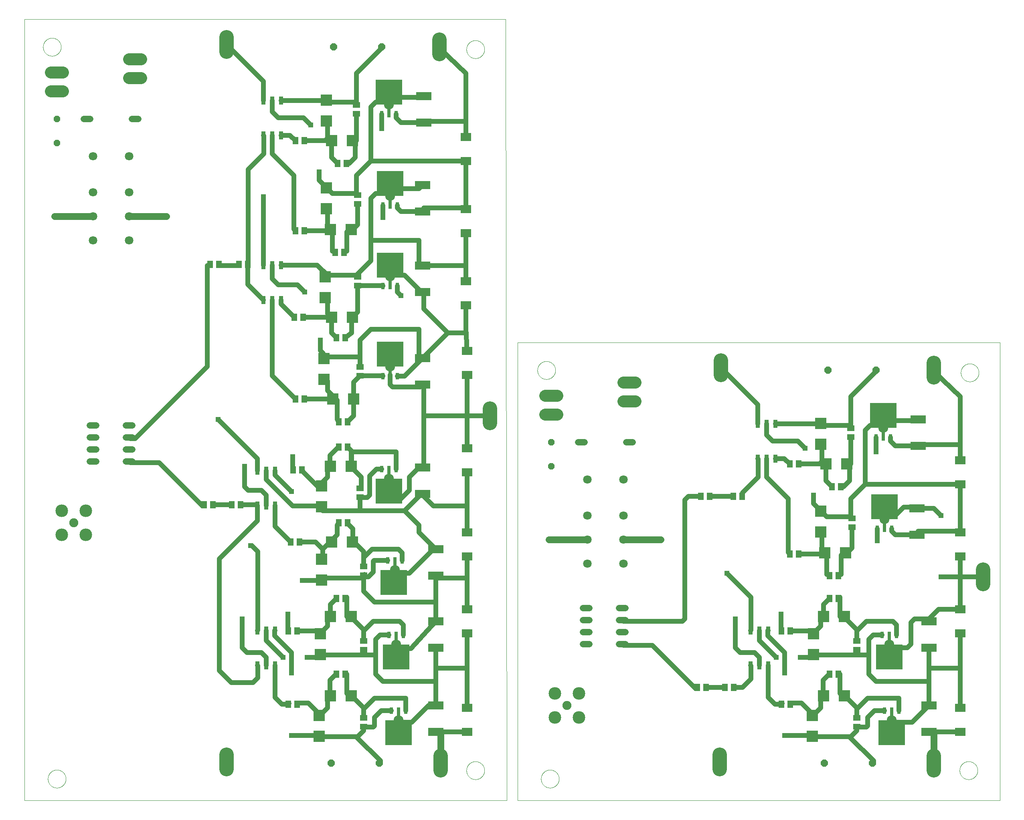
<source format=gtl>
G75*
%MOIN*%
%OFA0B0*%
%FSLAX25Y25*%
%IPPOS*%
%LPD*%
%AMOC8*
5,1,8,0,0,1.08239X$1,22.5*
%
%ADD10C,0.00000*%
%ADD11R,0.22000X0.21000*%
%ADD12C,0.10039*%
%ADD13C,0.07500*%
%ADD14C,0.10500*%
%ADD15R,0.05118X0.05906*%
%ADD16C,0.05200*%
%ADD17C,0.07087*%
%ADD18R,0.03500X0.06600*%
%ADD19R,0.12598X0.07087*%
%ADD20R,0.03150X0.05512*%
%ADD21R,0.03150X0.07480*%
%ADD22C,0.06000*%
%ADD23R,0.08661X0.07087*%
%ADD24C,0.11850*%
%ADD25R,0.09449X0.09449*%
%ADD26OC8,0.05200*%
%ADD27R,0.05906X0.05118*%
%ADD28OC8,0.06000*%
%ADD29C,0.05600*%
%ADD30R,0.03962X0.03962*%
%ADD31C,0.04000*%
D10*
X0001800Y0001800D02*
X0001800Y0651800D01*
X0401800Y0651800D01*
X0402800Y0001800D01*
X0001800Y0001800D01*
X0021325Y0019800D02*
X0021327Y0019983D01*
X0021334Y0020167D01*
X0021345Y0020350D01*
X0021361Y0020533D01*
X0021381Y0020715D01*
X0021406Y0020897D01*
X0021435Y0021078D01*
X0021469Y0021258D01*
X0021507Y0021438D01*
X0021549Y0021616D01*
X0021596Y0021794D01*
X0021647Y0021970D01*
X0021702Y0022145D01*
X0021762Y0022318D01*
X0021826Y0022490D01*
X0021894Y0022661D01*
X0021966Y0022829D01*
X0022043Y0022996D01*
X0022123Y0023161D01*
X0022208Y0023324D01*
X0022296Y0023484D01*
X0022388Y0023643D01*
X0022485Y0023799D01*
X0022585Y0023953D01*
X0022689Y0024104D01*
X0022796Y0024253D01*
X0022907Y0024399D01*
X0023022Y0024542D01*
X0023140Y0024682D01*
X0023261Y0024820D01*
X0023386Y0024954D01*
X0023514Y0025086D01*
X0023646Y0025214D01*
X0023780Y0025339D01*
X0023918Y0025460D01*
X0024058Y0025578D01*
X0024201Y0025693D01*
X0024347Y0025804D01*
X0024496Y0025911D01*
X0024647Y0026015D01*
X0024801Y0026115D01*
X0024957Y0026212D01*
X0025116Y0026304D01*
X0025276Y0026392D01*
X0025439Y0026477D01*
X0025604Y0026557D01*
X0025771Y0026634D01*
X0025939Y0026706D01*
X0026110Y0026774D01*
X0026282Y0026838D01*
X0026455Y0026898D01*
X0026630Y0026953D01*
X0026806Y0027004D01*
X0026984Y0027051D01*
X0027162Y0027093D01*
X0027342Y0027131D01*
X0027522Y0027165D01*
X0027703Y0027194D01*
X0027885Y0027219D01*
X0028067Y0027239D01*
X0028250Y0027255D01*
X0028433Y0027266D01*
X0028617Y0027273D01*
X0028800Y0027275D01*
X0028983Y0027273D01*
X0029167Y0027266D01*
X0029350Y0027255D01*
X0029533Y0027239D01*
X0029715Y0027219D01*
X0029897Y0027194D01*
X0030078Y0027165D01*
X0030258Y0027131D01*
X0030438Y0027093D01*
X0030616Y0027051D01*
X0030794Y0027004D01*
X0030970Y0026953D01*
X0031145Y0026898D01*
X0031318Y0026838D01*
X0031490Y0026774D01*
X0031661Y0026706D01*
X0031829Y0026634D01*
X0031996Y0026557D01*
X0032161Y0026477D01*
X0032324Y0026392D01*
X0032484Y0026304D01*
X0032643Y0026212D01*
X0032799Y0026115D01*
X0032953Y0026015D01*
X0033104Y0025911D01*
X0033253Y0025804D01*
X0033399Y0025693D01*
X0033542Y0025578D01*
X0033682Y0025460D01*
X0033820Y0025339D01*
X0033954Y0025214D01*
X0034086Y0025086D01*
X0034214Y0024954D01*
X0034339Y0024820D01*
X0034460Y0024682D01*
X0034578Y0024542D01*
X0034693Y0024399D01*
X0034804Y0024253D01*
X0034911Y0024104D01*
X0035015Y0023953D01*
X0035115Y0023799D01*
X0035212Y0023643D01*
X0035304Y0023484D01*
X0035392Y0023324D01*
X0035477Y0023161D01*
X0035557Y0022996D01*
X0035634Y0022829D01*
X0035706Y0022661D01*
X0035774Y0022490D01*
X0035838Y0022318D01*
X0035898Y0022145D01*
X0035953Y0021970D01*
X0036004Y0021794D01*
X0036051Y0021616D01*
X0036093Y0021438D01*
X0036131Y0021258D01*
X0036165Y0021078D01*
X0036194Y0020897D01*
X0036219Y0020715D01*
X0036239Y0020533D01*
X0036255Y0020350D01*
X0036266Y0020167D01*
X0036273Y0019983D01*
X0036275Y0019800D01*
X0036273Y0019617D01*
X0036266Y0019433D01*
X0036255Y0019250D01*
X0036239Y0019067D01*
X0036219Y0018885D01*
X0036194Y0018703D01*
X0036165Y0018522D01*
X0036131Y0018342D01*
X0036093Y0018162D01*
X0036051Y0017984D01*
X0036004Y0017806D01*
X0035953Y0017630D01*
X0035898Y0017455D01*
X0035838Y0017282D01*
X0035774Y0017110D01*
X0035706Y0016939D01*
X0035634Y0016771D01*
X0035557Y0016604D01*
X0035477Y0016439D01*
X0035392Y0016276D01*
X0035304Y0016116D01*
X0035212Y0015957D01*
X0035115Y0015801D01*
X0035015Y0015647D01*
X0034911Y0015496D01*
X0034804Y0015347D01*
X0034693Y0015201D01*
X0034578Y0015058D01*
X0034460Y0014918D01*
X0034339Y0014780D01*
X0034214Y0014646D01*
X0034086Y0014514D01*
X0033954Y0014386D01*
X0033820Y0014261D01*
X0033682Y0014140D01*
X0033542Y0014022D01*
X0033399Y0013907D01*
X0033253Y0013796D01*
X0033104Y0013689D01*
X0032953Y0013585D01*
X0032799Y0013485D01*
X0032643Y0013388D01*
X0032484Y0013296D01*
X0032324Y0013208D01*
X0032161Y0013123D01*
X0031996Y0013043D01*
X0031829Y0012966D01*
X0031661Y0012894D01*
X0031490Y0012826D01*
X0031318Y0012762D01*
X0031145Y0012702D01*
X0030970Y0012647D01*
X0030794Y0012596D01*
X0030616Y0012549D01*
X0030438Y0012507D01*
X0030258Y0012469D01*
X0030078Y0012435D01*
X0029897Y0012406D01*
X0029715Y0012381D01*
X0029533Y0012361D01*
X0029350Y0012345D01*
X0029167Y0012334D01*
X0028983Y0012327D01*
X0028800Y0012325D01*
X0028617Y0012327D01*
X0028433Y0012334D01*
X0028250Y0012345D01*
X0028067Y0012361D01*
X0027885Y0012381D01*
X0027703Y0012406D01*
X0027522Y0012435D01*
X0027342Y0012469D01*
X0027162Y0012507D01*
X0026984Y0012549D01*
X0026806Y0012596D01*
X0026630Y0012647D01*
X0026455Y0012702D01*
X0026282Y0012762D01*
X0026110Y0012826D01*
X0025939Y0012894D01*
X0025771Y0012966D01*
X0025604Y0013043D01*
X0025439Y0013123D01*
X0025276Y0013208D01*
X0025116Y0013296D01*
X0024957Y0013388D01*
X0024801Y0013485D01*
X0024647Y0013585D01*
X0024496Y0013689D01*
X0024347Y0013796D01*
X0024201Y0013907D01*
X0024058Y0014022D01*
X0023918Y0014140D01*
X0023780Y0014261D01*
X0023646Y0014386D01*
X0023514Y0014514D01*
X0023386Y0014646D01*
X0023261Y0014780D01*
X0023140Y0014918D01*
X0023022Y0015058D01*
X0022907Y0015201D01*
X0022796Y0015347D01*
X0022689Y0015496D01*
X0022585Y0015647D01*
X0022485Y0015801D01*
X0022388Y0015957D01*
X0022296Y0016116D01*
X0022208Y0016276D01*
X0022123Y0016439D01*
X0022043Y0016604D01*
X0021966Y0016771D01*
X0021894Y0016939D01*
X0021826Y0017110D01*
X0021762Y0017282D01*
X0021702Y0017455D01*
X0021647Y0017630D01*
X0021596Y0017806D01*
X0021549Y0017984D01*
X0021507Y0018162D01*
X0021469Y0018342D01*
X0021435Y0018522D01*
X0021406Y0018703D01*
X0021381Y0018885D01*
X0021361Y0019067D01*
X0021345Y0019250D01*
X0021334Y0019433D01*
X0021327Y0019617D01*
X0021325Y0019800D01*
X0369325Y0026800D02*
X0369327Y0026983D01*
X0369334Y0027167D01*
X0369345Y0027350D01*
X0369361Y0027533D01*
X0369381Y0027715D01*
X0369406Y0027897D01*
X0369435Y0028078D01*
X0369469Y0028258D01*
X0369507Y0028438D01*
X0369549Y0028616D01*
X0369596Y0028794D01*
X0369647Y0028970D01*
X0369702Y0029145D01*
X0369762Y0029318D01*
X0369826Y0029490D01*
X0369894Y0029661D01*
X0369966Y0029829D01*
X0370043Y0029996D01*
X0370123Y0030161D01*
X0370208Y0030324D01*
X0370296Y0030484D01*
X0370388Y0030643D01*
X0370485Y0030799D01*
X0370585Y0030953D01*
X0370689Y0031104D01*
X0370796Y0031253D01*
X0370907Y0031399D01*
X0371022Y0031542D01*
X0371140Y0031682D01*
X0371261Y0031820D01*
X0371386Y0031954D01*
X0371514Y0032086D01*
X0371646Y0032214D01*
X0371780Y0032339D01*
X0371918Y0032460D01*
X0372058Y0032578D01*
X0372201Y0032693D01*
X0372347Y0032804D01*
X0372496Y0032911D01*
X0372647Y0033015D01*
X0372801Y0033115D01*
X0372957Y0033212D01*
X0373116Y0033304D01*
X0373276Y0033392D01*
X0373439Y0033477D01*
X0373604Y0033557D01*
X0373771Y0033634D01*
X0373939Y0033706D01*
X0374110Y0033774D01*
X0374282Y0033838D01*
X0374455Y0033898D01*
X0374630Y0033953D01*
X0374806Y0034004D01*
X0374984Y0034051D01*
X0375162Y0034093D01*
X0375342Y0034131D01*
X0375522Y0034165D01*
X0375703Y0034194D01*
X0375885Y0034219D01*
X0376067Y0034239D01*
X0376250Y0034255D01*
X0376433Y0034266D01*
X0376617Y0034273D01*
X0376800Y0034275D01*
X0376983Y0034273D01*
X0377167Y0034266D01*
X0377350Y0034255D01*
X0377533Y0034239D01*
X0377715Y0034219D01*
X0377897Y0034194D01*
X0378078Y0034165D01*
X0378258Y0034131D01*
X0378438Y0034093D01*
X0378616Y0034051D01*
X0378794Y0034004D01*
X0378970Y0033953D01*
X0379145Y0033898D01*
X0379318Y0033838D01*
X0379490Y0033774D01*
X0379661Y0033706D01*
X0379829Y0033634D01*
X0379996Y0033557D01*
X0380161Y0033477D01*
X0380324Y0033392D01*
X0380484Y0033304D01*
X0380643Y0033212D01*
X0380799Y0033115D01*
X0380953Y0033015D01*
X0381104Y0032911D01*
X0381253Y0032804D01*
X0381399Y0032693D01*
X0381542Y0032578D01*
X0381682Y0032460D01*
X0381820Y0032339D01*
X0381954Y0032214D01*
X0382086Y0032086D01*
X0382214Y0031954D01*
X0382339Y0031820D01*
X0382460Y0031682D01*
X0382578Y0031542D01*
X0382693Y0031399D01*
X0382804Y0031253D01*
X0382911Y0031104D01*
X0383015Y0030953D01*
X0383115Y0030799D01*
X0383212Y0030643D01*
X0383304Y0030484D01*
X0383392Y0030324D01*
X0383477Y0030161D01*
X0383557Y0029996D01*
X0383634Y0029829D01*
X0383706Y0029661D01*
X0383774Y0029490D01*
X0383838Y0029318D01*
X0383898Y0029145D01*
X0383953Y0028970D01*
X0384004Y0028794D01*
X0384051Y0028616D01*
X0384093Y0028438D01*
X0384131Y0028258D01*
X0384165Y0028078D01*
X0384194Y0027897D01*
X0384219Y0027715D01*
X0384239Y0027533D01*
X0384255Y0027350D01*
X0384266Y0027167D01*
X0384273Y0026983D01*
X0384275Y0026800D01*
X0384273Y0026617D01*
X0384266Y0026433D01*
X0384255Y0026250D01*
X0384239Y0026067D01*
X0384219Y0025885D01*
X0384194Y0025703D01*
X0384165Y0025522D01*
X0384131Y0025342D01*
X0384093Y0025162D01*
X0384051Y0024984D01*
X0384004Y0024806D01*
X0383953Y0024630D01*
X0383898Y0024455D01*
X0383838Y0024282D01*
X0383774Y0024110D01*
X0383706Y0023939D01*
X0383634Y0023771D01*
X0383557Y0023604D01*
X0383477Y0023439D01*
X0383392Y0023276D01*
X0383304Y0023116D01*
X0383212Y0022957D01*
X0383115Y0022801D01*
X0383015Y0022647D01*
X0382911Y0022496D01*
X0382804Y0022347D01*
X0382693Y0022201D01*
X0382578Y0022058D01*
X0382460Y0021918D01*
X0382339Y0021780D01*
X0382214Y0021646D01*
X0382086Y0021514D01*
X0381954Y0021386D01*
X0381820Y0021261D01*
X0381682Y0021140D01*
X0381542Y0021022D01*
X0381399Y0020907D01*
X0381253Y0020796D01*
X0381104Y0020689D01*
X0380953Y0020585D01*
X0380799Y0020485D01*
X0380643Y0020388D01*
X0380484Y0020296D01*
X0380324Y0020208D01*
X0380161Y0020123D01*
X0379996Y0020043D01*
X0379829Y0019966D01*
X0379661Y0019894D01*
X0379490Y0019826D01*
X0379318Y0019762D01*
X0379145Y0019702D01*
X0378970Y0019647D01*
X0378794Y0019596D01*
X0378616Y0019549D01*
X0378438Y0019507D01*
X0378258Y0019469D01*
X0378078Y0019435D01*
X0377897Y0019406D01*
X0377715Y0019381D01*
X0377533Y0019361D01*
X0377350Y0019345D01*
X0377167Y0019334D01*
X0376983Y0019327D01*
X0376800Y0019325D01*
X0376617Y0019327D01*
X0376433Y0019334D01*
X0376250Y0019345D01*
X0376067Y0019361D01*
X0375885Y0019381D01*
X0375703Y0019406D01*
X0375522Y0019435D01*
X0375342Y0019469D01*
X0375162Y0019507D01*
X0374984Y0019549D01*
X0374806Y0019596D01*
X0374630Y0019647D01*
X0374455Y0019702D01*
X0374282Y0019762D01*
X0374110Y0019826D01*
X0373939Y0019894D01*
X0373771Y0019966D01*
X0373604Y0020043D01*
X0373439Y0020123D01*
X0373276Y0020208D01*
X0373116Y0020296D01*
X0372957Y0020388D01*
X0372801Y0020485D01*
X0372647Y0020585D01*
X0372496Y0020689D01*
X0372347Y0020796D01*
X0372201Y0020907D01*
X0372058Y0021022D01*
X0371918Y0021140D01*
X0371780Y0021261D01*
X0371646Y0021386D01*
X0371514Y0021514D01*
X0371386Y0021646D01*
X0371261Y0021780D01*
X0371140Y0021918D01*
X0371022Y0022058D01*
X0370907Y0022201D01*
X0370796Y0022347D01*
X0370689Y0022496D01*
X0370585Y0022647D01*
X0370485Y0022801D01*
X0370388Y0022957D01*
X0370296Y0023116D01*
X0370208Y0023276D01*
X0370123Y0023439D01*
X0370043Y0023604D01*
X0369966Y0023771D01*
X0369894Y0023939D01*
X0369826Y0024110D01*
X0369762Y0024282D01*
X0369702Y0024455D01*
X0369647Y0024630D01*
X0369596Y0024806D01*
X0369549Y0024984D01*
X0369507Y0025162D01*
X0369469Y0025342D01*
X0369435Y0025522D01*
X0369406Y0025703D01*
X0369381Y0025885D01*
X0369361Y0026067D01*
X0369345Y0026250D01*
X0369334Y0026433D01*
X0369327Y0026617D01*
X0369325Y0026800D01*
X0411800Y0001800D02*
X0411800Y0382800D01*
X0812800Y0382800D01*
X0812800Y0001800D01*
X0411800Y0001800D01*
X0431325Y0019800D02*
X0431327Y0019983D01*
X0431334Y0020167D01*
X0431345Y0020350D01*
X0431361Y0020533D01*
X0431381Y0020715D01*
X0431406Y0020897D01*
X0431435Y0021078D01*
X0431469Y0021258D01*
X0431507Y0021438D01*
X0431549Y0021616D01*
X0431596Y0021794D01*
X0431647Y0021970D01*
X0431702Y0022145D01*
X0431762Y0022318D01*
X0431826Y0022490D01*
X0431894Y0022661D01*
X0431966Y0022829D01*
X0432043Y0022996D01*
X0432123Y0023161D01*
X0432208Y0023324D01*
X0432296Y0023484D01*
X0432388Y0023643D01*
X0432485Y0023799D01*
X0432585Y0023953D01*
X0432689Y0024104D01*
X0432796Y0024253D01*
X0432907Y0024399D01*
X0433022Y0024542D01*
X0433140Y0024682D01*
X0433261Y0024820D01*
X0433386Y0024954D01*
X0433514Y0025086D01*
X0433646Y0025214D01*
X0433780Y0025339D01*
X0433918Y0025460D01*
X0434058Y0025578D01*
X0434201Y0025693D01*
X0434347Y0025804D01*
X0434496Y0025911D01*
X0434647Y0026015D01*
X0434801Y0026115D01*
X0434957Y0026212D01*
X0435116Y0026304D01*
X0435276Y0026392D01*
X0435439Y0026477D01*
X0435604Y0026557D01*
X0435771Y0026634D01*
X0435939Y0026706D01*
X0436110Y0026774D01*
X0436282Y0026838D01*
X0436455Y0026898D01*
X0436630Y0026953D01*
X0436806Y0027004D01*
X0436984Y0027051D01*
X0437162Y0027093D01*
X0437342Y0027131D01*
X0437522Y0027165D01*
X0437703Y0027194D01*
X0437885Y0027219D01*
X0438067Y0027239D01*
X0438250Y0027255D01*
X0438433Y0027266D01*
X0438617Y0027273D01*
X0438800Y0027275D01*
X0438983Y0027273D01*
X0439167Y0027266D01*
X0439350Y0027255D01*
X0439533Y0027239D01*
X0439715Y0027219D01*
X0439897Y0027194D01*
X0440078Y0027165D01*
X0440258Y0027131D01*
X0440438Y0027093D01*
X0440616Y0027051D01*
X0440794Y0027004D01*
X0440970Y0026953D01*
X0441145Y0026898D01*
X0441318Y0026838D01*
X0441490Y0026774D01*
X0441661Y0026706D01*
X0441829Y0026634D01*
X0441996Y0026557D01*
X0442161Y0026477D01*
X0442324Y0026392D01*
X0442484Y0026304D01*
X0442643Y0026212D01*
X0442799Y0026115D01*
X0442953Y0026015D01*
X0443104Y0025911D01*
X0443253Y0025804D01*
X0443399Y0025693D01*
X0443542Y0025578D01*
X0443682Y0025460D01*
X0443820Y0025339D01*
X0443954Y0025214D01*
X0444086Y0025086D01*
X0444214Y0024954D01*
X0444339Y0024820D01*
X0444460Y0024682D01*
X0444578Y0024542D01*
X0444693Y0024399D01*
X0444804Y0024253D01*
X0444911Y0024104D01*
X0445015Y0023953D01*
X0445115Y0023799D01*
X0445212Y0023643D01*
X0445304Y0023484D01*
X0445392Y0023324D01*
X0445477Y0023161D01*
X0445557Y0022996D01*
X0445634Y0022829D01*
X0445706Y0022661D01*
X0445774Y0022490D01*
X0445838Y0022318D01*
X0445898Y0022145D01*
X0445953Y0021970D01*
X0446004Y0021794D01*
X0446051Y0021616D01*
X0446093Y0021438D01*
X0446131Y0021258D01*
X0446165Y0021078D01*
X0446194Y0020897D01*
X0446219Y0020715D01*
X0446239Y0020533D01*
X0446255Y0020350D01*
X0446266Y0020167D01*
X0446273Y0019983D01*
X0446275Y0019800D01*
X0446273Y0019617D01*
X0446266Y0019433D01*
X0446255Y0019250D01*
X0446239Y0019067D01*
X0446219Y0018885D01*
X0446194Y0018703D01*
X0446165Y0018522D01*
X0446131Y0018342D01*
X0446093Y0018162D01*
X0446051Y0017984D01*
X0446004Y0017806D01*
X0445953Y0017630D01*
X0445898Y0017455D01*
X0445838Y0017282D01*
X0445774Y0017110D01*
X0445706Y0016939D01*
X0445634Y0016771D01*
X0445557Y0016604D01*
X0445477Y0016439D01*
X0445392Y0016276D01*
X0445304Y0016116D01*
X0445212Y0015957D01*
X0445115Y0015801D01*
X0445015Y0015647D01*
X0444911Y0015496D01*
X0444804Y0015347D01*
X0444693Y0015201D01*
X0444578Y0015058D01*
X0444460Y0014918D01*
X0444339Y0014780D01*
X0444214Y0014646D01*
X0444086Y0014514D01*
X0443954Y0014386D01*
X0443820Y0014261D01*
X0443682Y0014140D01*
X0443542Y0014022D01*
X0443399Y0013907D01*
X0443253Y0013796D01*
X0443104Y0013689D01*
X0442953Y0013585D01*
X0442799Y0013485D01*
X0442643Y0013388D01*
X0442484Y0013296D01*
X0442324Y0013208D01*
X0442161Y0013123D01*
X0441996Y0013043D01*
X0441829Y0012966D01*
X0441661Y0012894D01*
X0441490Y0012826D01*
X0441318Y0012762D01*
X0441145Y0012702D01*
X0440970Y0012647D01*
X0440794Y0012596D01*
X0440616Y0012549D01*
X0440438Y0012507D01*
X0440258Y0012469D01*
X0440078Y0012435D01*
X0439897Y0012406D01*
X0439715Y0012381D01*
X0439533Y0012361D01*
X0439350Y0012345D01*
X0439167Y0012334D01*
X0438983Y0012327D01*
X0438800Y0012325D01*
X0438617Y0012327D01*
X0438433Y0012334D01*
X0438250Y0012345D01*
X0438067Y0012361D01*
X0437885Y0012381D01*
X0437703Y0012406D01*
X0437522Y0012435D01*
X0437342Y0012469D01*
X0437162Y0012507D01*
X0436984Y0012549D01*
X0436806Y0012596D01*
X0436630Y0012647D01*
X0436455Y0012702D01*
X0436282Y0012762D01*
X0436110Y0012826D01*
X0435939Y0012894D01*
X0435771Y0012966D01*
X0435604Y0013043D01*
X0435439Y0013123D01*
X0435276Y0013208D01*
X0435116Y0013296D01*
X0434957Y0013388D01*
X0434801Y0013485D01*
X0434647Y0013585D01*
X0434496Y0013689D01*
X0434347Y0013796D01*
X0434201Y0013907D01*
X0434058Y0014022D01*
X0433918Y0014140D01*
X0433780Y0014261D01*
X0433646Y0014386D01*
X0433514Y0014514D01*
X0433386Y0014646D01*
X0433261Y0014780D01*
X0433140Y0014918D01*
X0433022Y0015058D01*
X0432907Y0015201D01*
X0432796Y0015347D01*
X0432689Y0015496D01*
X0432585Y0015647D01*
X0432485Y0015801D01*
X0432388Y0015957D01*
X0432296Y0016116D01*
X0432208Y0016276D01*
X0432123Y0016439D01*
X0432043Y0016604D01*
X0431966Y0016771D01*
X0431894Y0016939D01*
X0431826Y0017110D01*
X0431762Y0017282D01*
X0431702Y0017455D01*
X0431647Y0017630D01*
X0431596Y0017806D01*
X0431549Y0017984D01*
X0431507Y0018162D01*
X0431469Y0018342D01*
X0431435Y0018522D01*
X0431406Y0018703D01*
X0431381Y0018885D01*
X0431361Y0019067D01*
X0431345Y0019250D01*
X0431334Y0019433D01*
X0431327Y0019617D01*
X0431325Y0019800D01*
X0779325Y0026800D02*
X0779327Y0026983D01*
X0779334Y0027167D01*
X0779345Y0027350D01*
X0779361Y0027533D01*
X0779381Y0027715D01*
X0779406Y0027897D01*
X0779435Y0028078D01*
X0779469Y0028258D01*
X0779507Y0028438D01*
X0779549Y0028616D01*
X0779596Y0028794D01*
X0779647Y0028970D01*
X0779702Y0029145D01*
X0779762Y0029318D01*
X0779826Y0029490D01*
X0779894Y0029661D01*
X0779966Y0029829D01*
X0780043Y0029996D01*
X0780123Y0030161D01*
X0780208Y0030324D01*
X0780296Y0030484D01*
X0780388Y0030643D01*
X0780485Y0030799D01*
X0780585Y0030953D01*
X0780689Y0031104D01*
X0780796Y0031253D01*
X0780907Y0031399D01*
X0781022Y0031542D01*
X0781140Y0031682D01*
X0781261Y0031820D01*
X0781386Y0031954D01*
X0781514Y0032086D01*
X0781646Y0032214D01*
X0781780Y0032339D01*
X0781918Y0032460D01*
X0782058Y0032578D01*
X0782201Y0032693D01*
X0782347Y0032804D01*
X0782496Y0032911D01*
X0782647Y0033015D01*
X0782801Y0033115D01*
X0782957Y0033212D01*
X0783116Y0033304D01*
X0783276Y0033392D01*
X0783439Y0033477D01*
X0783604Y0033557D01*
X0783771Y0033634D01*
X0783939Y0033706D01*
X0784110Y0033774D01*
X0784282Y0033838D01*
X0784455Y0033898D01*
X0784630Y0033953D01*
X0784806Y0034004D01*
X0784984Y0034051D01*
X0785162Y0034093D01*
X0785342Y0034131D01*
X0785522Y0034165D01*
X0785703Y0034194D01*
X0785885Y0034219D01*
X0786067Y0034239D01*
X0786250Y0034255D01*
X0786433Y0034266D01*
X0786617Y0034273D01*
X0786800Y0034275D01*
X0786983Y0034273D01*
X0787167Y0034266D01*
X0787350Y0034255D01*
X0787533Y0034239D01*
X0787715Y0034219D01*
X0787897Y0034194D01*
X0788078Y0034165D01*
X0788258Y0034131D01*
X0788438Y0034093D01*
X0788616Y0034051D01*
X0788794Y0034004D01*
X0788970Y0033953D01*
X0789145Y0033898D01*
X0789318Y0033838D01*
X0789490Y0033774D01*
X0789661Y0033706D01*
X0789829Y0033634D01*
X0789996Y0033557D01*
X0790161Y0033477D01*
X0790324Y0033392D01*
X0790484Y0033304D01*
X0790643Y0033212D01*
X0790799Y0033115D01*
X0790953Y0033015D01*
X0791104Y0032911D01*
X0791253Y0032804D01*
X0791399Y0032693D01*
X0791542Y0032578D01*
X0791682Y0032460D01*
X0791820Y0032339D01*
X0791954Y0032214D01*
X0792086Y0032086D01*
X0792214Y0031954D01*
X0792339Y0031820D01*
X0792460Y0031682D01*
X0792578Y0031542D01*
X0792693Y0031399D01*
X0792804Y0031253D01*
X0792911Y0031104D01*
X0793015Y0030953D01*
X0793115Y0030799D01*
X0793212Y0030643D01*
X0793304Y0030484D01*
X0793392Y0030324D01*
X0793477Y0030161D01*
X0793557Y0029996D01*
X0793634Y0029829D01*
X0793706Y0029661D01*
X0793774Y0029490D01*
X0793838Y0029318D01*
X0793898Y0029145D01*
X0793953Y0028970D01*
X0794004Y0028794D01*
X0794051Y0028616D01*
X0794093Y0028438D01*
X0794131Y0028258D01*
X0794165Y0028078D01*
X0794194Y0027897D01*
X0794219Y0027715D01*
X0794239Y0027533D01*
X0794255Y0027350D01*
X0794266Y0027167D01*
X0794273Y0026983D01*
X0794275Y0026800D01*
X0794273Y0026617D01*
X0794266Y0026433D01*
X0794255Y0026250D01*
X0794239Y0026067D01*
X0794219Y0025885D01*
X0794194Y0025703D01*
X0794165Y0025522D01*
X0794131Y0025342D01*
X0794093Y0025162D01*
X0794051Y0024984D01*
X0794004Y0024806D01*
X0793953Y0024630D01*
X0793898Y0024455D01*
X0793838Y0024282D01*
X0793774Y0024110D01*
X0793706Y0023939D01*
X0793634Y0023771D01*
X0793557Y0023604D01*
X0793477Y0023439D01*
X0793392Y0023276D01*
X0793304Y0023116D01*
X0793212Y0022957D01*
X0793115Y0022801D01*
X0793015Y0022647D01*
X0792911Y0022496D01*
X0792804Y0022347D01*
X0792693Y0022201D01*
X0792578Y0022058D01*
X0792460Y0021918D01*
X0792339Y0021780D01*
X0792214Y0021646D01*
X0792086Y0021514D01*
X0791954Y0021386D01*
X0791820Y0021261D01*
X0791682Y0021140D01*
X0791542Y0021022D01*
X0791399Y0020907D01*
X0791253Y0020796D01*
X0791104Y0020689D01*
X0790953Y0020585D01*
X0790799Y0020485D01*
X0790643Y0020388D01*
X0790484Y0020296D01*
X0790324Y0020208D01*
X0790161Y0020123D01*
X0789996Y0020043D01*
X0789829Y0019966D01*
X0789661Y0019894D01*
X0789490Y0019826D01*
X0789318Y0019762D01*
X0789145Y0019702D01*
X0788970Y0019647D01*
X0788794Y0019596D01*
X0788616Y0019549D01*
X0788438Y0019507D01*
X0788258Y0019469D01*
X0788078Y0019435D01*
X0787897Y0019406D01*
X0787715Y0019381D01*
X0787533Y0019361D01*
X0787350Y0019345D01*
X0787167Y0019334D01*
X0786983Y0019327D01*
X0786800Y0019325D01*
X0786617Y0019327D01*
X0786433Y0019334D01*
X0786250Y0019345D01*
X0786067Y0019361D01*
X0785885Y0019381D01*
X0785703Y0019406D01*
X0785522Y0019435D01*
X0785342Y0019469D01*
X0785162Y0019507D01*
X0784984Y0019549D01*
X0784806Y0019596D01*
X0784630Y0019647D01*
X0784455Y0019702D01*
X0784282Y0019762D01*
X0784110Y0019826D01*
X0783939Y0019894D01*
X0783771Y0019966D01*
X0783604Y0020043D01*
X0783439Y0020123D01*
X0783276Y0020208D01*
X0783116Y0020296D01*
X0782957Y0020388D01*
X0782801Y0020485D01*
X0782647Y0020585D01*
X0782496Y0020689D01*
X0782347Y0020796D01*
X0782201Y0020907D01*
X0782058Y0021022D01*
X0781918Y0021140D01*
X0781780Y0021261D01*
X0781646Y0021386D01*
X0781514Y0021514D01*
X0781386Y0021646D01*
X0781261Y0021780D01*
X0781140Y0021918D01*
X0781022Y0022058D01*
X0780907Y0022201D01*
X0780796Y0022347D01*
X0780689Y0022496D01*
X0780585Y0022647D01*
X0780485Y0022801D01*
X0780388Y0022957D01*
X0780296Y0023116D01*
X0780208Y0023276D01*
X0780123Y0023439D01*
X0780043Y0023604D01*
X0779966Y0023771D01*
X0779894Y0023939D01*
X0779826Y0024110D01*
X0779762Y0024282D01*
X0779702Y0024455D01*
X0779647Y0024630D01*
X0779596Y0024806D01*
X0779549Y0024984D01*
X0779507Y0025162D01*
X0779469Y0025342D01*
X0779435Y0025522D01*
X0779406Y0025703D01*
X0779381Y0025885D01*
X0779361Y0026067D01*
X0779345Y0026250D01*
X0779334Y0026433D01*
X0779327Y0026617D01*
X0779325Y0026800D01*
X0780325Y0357800D02*
X0780327Y0357983D01*
X0780334Y0358167D01*
X0780345Y0358350D01*
X0780361Y0358533D01*
X0780381Y0358715D01*
X0780406Y0358897D01*
X0780435Y0359078D01*
X0780469Y0359258D01*
X0780507Y0359438D01*
X0780549Y0359616D01*
X0780596Y0359794D01*
X0780647Y0359970D01*
X0780702Y0360145D01*
X0780762Y0360318D01*
X0780826Y0360490D01*
X0780894Y0360661D01*
X0780966Y0360829D01*
X0781043Y0360996D01*
X0781123Y0361161D01*
X0781208Y0361324D01*
X0781296Y0361484D01*
X0781388Y0361643D01*
X0781485Y0361799D01*
X0781585Y0361953D01*
X0781689Y0362104D01*
X0781796Y0362253D01*
X0781907Y0362399D01*
X0782022Y0362542D01*
X0782140Y0362682D01*
X0782261Y0362820D01*
X0782386Y0362954D01*
X0782514Y0363086D01*
X0782646Y0363214D01*
X0782780Y0363339D01*
X0782918Y0363460D01*
X0783058Y0363578D01*
X0783201Y0363693D01*
X0783347Y0363804D01*
X0783496Y0363911D01*
X0783647Y0364015D01*
X0783801Y0364115D01*
X0783957Y0364212D01*
X0784116Y0364304D01*
X0784276Y0364392D01*
X0784439Y0364477D01*
X0784604Y0364557D01*
X0784771Y0364634D01*
X0784939Y0364706D01*
X0785110Y0364774D01*
X0785282Y0364838D01*
X0785455Y0364898D01*
X0785630Y0364953D01*
X0785806Y0365004D01*
X0785984Y0365051D01*
X0786162Y0365093D01*
X0786342Y0365131D01*
X0786522Y0365165D01*
X0786703Y0365194D01*
X0786885Y0365219D01*
X0787067Y0365239D01*
X0787250Y0365255D01*
X0787433Y0365266D01*
X0787617Y0365273D01*
X0787800Y0365275D01*
X0787983Y0365273D01*
X0788167Y0365266D01*
X0788350Y0365255D01*
X0788533Y0365239D01*
X0788715Y0365219D01*
X0788897Y0365194D01*
X0789078Y0365165D01*
X0789258Y0365131D01*
X0789438Y0365093D01*
X0789616Y0365051D01*
X0789794Y0365004D01*
X0789970Y0364953D01*
X0790145Y0364898D01*
X0790318Y0364838D01*
X0790490Y0364774D01*
X0790661Y0364706D01*
X0790829Y0364634D01*
X0790996Y0364557D01*
X0791161Y0364477D01*
X0791324Y0364392D01*
X0791484Y0364304D01*
X0791643Y0364212D01*
X0791799Y0364115D01*
X0791953Y0364015D01*
X0792104Y0363911D01*
X0792253Y0363804D01*
X0792399Y0363693D01*
X0792542Y0363578D01*
X0792682Y0363460D01*
X0792820Y0363339D01*
X0792954Y0363214D01*
X0793086Y0363086D01*
X0793214Y0362954D01*
X0793339Y0362820D01*
X0793460Y0362682D01*
X0793578Y0362542D01*
X0793693Y0362399D01*
X0793804Y0362253D01*
X0793911Y0362104D01*
X0794015Y0361953D01*
X0794115Y0361799D01*
X0794212Y0361643D01*
X0794304Y0361484D01*
X0794392Y0361324D01*
X0794477Y0361161D01*
X0794557Y0360996D01*
X0794634Y0360829D01*
X0794706Y0360661D01*
X0794774Y0360490D01*
X0794838Y0360318D01*
X0794898Y0360145D01*
X0794953Y0359970D01*
X0795004Y0359794D01*
X0795051Y0359616D01*
X0795093Y0359438D01*
X0795131Y0359258D01*
X0795165Y0359078D01*
X0795194Y0358897D01*
X0795219Y0358715D01*
X0795239Y0358533D01*
X0795255Y0358350D01*
X0795266Y0358167D01*
X0795273Y0357983D01*
X0795275Y0357800D01*
X0795273Y0357617D01*
X0795266Y0357433D01*
X0795255Y0357250D01*
X0795239Y0357067D01*
X0795219Y0356885D01*
X0795194Y0356703D01*
X0795165Y0356522D01*
X0795131Y0356342D01*
X0795093Y0356162D01*
X0795051Y0355984D01*
X0795004Y0355806D01*
X0794953Y0355630D01*
X0794898Y0355455D01*
X0794838Y0355282D01*
X0794774Y0355110D01*
X0794706Y0354939D01*
X0794634Y0354771D01*
X0794557Y0354604D01*
X0794477Y0354439D01*
X0794392Y0354276D01*
X0794304Y0354116D01*
X0794212Y0353957D01*
X0794115Y0353801D01*
X0794015Y0353647D01*
X0793911Y0353496D01*
X0793804Y0353347D01*
X0793693Y0353201D01*
X0793578Y0353058D01*
X0793460Y0352918D01*
X0793339Y0352780D01*
X0793214Y0352646D01*
X0793086Y0352514D01*
X0792954Y0352386D01*
X0792820Y0352261D01*
X0792682Y0352140D01*
X0792542Y0352022D01*
X0792399Y0351907D01*
X0792253Y0351796D01*
X0792104Y0351689D01*
X0791953Y0351585D01*
X0791799Y0351485D01*
X0791643Y0351388D01*
X0791484Y0351296D01*
X0791324Y0351208D01*
X0791161Y0351123D01*
X0790996Y0351043D01*
X0790829Y0350966D01*
X0790661Y0350894D01*
X0790490Y0350826D01*
X0790318Y0350762D01*
X0790145Y0350702D01*
X0789970Y0350647D01*
X0789794Y0350596D01*
X0789616Y0350549D01*
X0789438Y0350507D01*
X0789258Y0350469D01*
X0789078Y0350435D01*
X0788897Y0350406D01*
X0788715Y0350381D01*
X0788533Y0350361D01*
X0788350Y0350345D01*
X0788167Y0350334D01*
X0787983Y0350327D01*
X0787800Y0350325D01*
X0787617Y0350327D01*
X0787433Y0350334D01*
X0787250Y0350345D01*
X0787067Y0350361D01*
X0786885Y0350381D01*
X0786703Y0350406D01*
X0786522Y0350435D01*
X0786342Y0350469D01*
X0786162Y0350507D01*
X0785984Y0350549D01*
X0785806Y0350596D01*
X0785630Y0350647D01*
X0785455Y0350702D01*
X0785282Y0350762D01*
X0785110Y0350826D01*
X0784939Y0350894D01*
X0784771Y0350966D01*
X0784604Y0351043D01*
X0784439Y0351123D01*
X0784276Y0351208D01*
X0784116Y0351296D01*
X0783957Y0351388D01*
X0783801Y0351485D01*
X0783647Y0351585D01*
X0783496Y0351689D01*
X0783347Y0351796D01*
X0783201Y0351907D01*
X0783058Y0352022D01*
X0782918Y0352140D01*
X0782780Y0352261D01*
X0782646Y0352386D01*
X0782514Y0352514D01*
X0782386Y0352646D01*
X0782261Y0352780D01*
X0782140Y0352918D01*
X0782022Y0353058D01*
X0781907Y0353201D01*
X0781796Y0353347D01*
X0781689Y0353496D01*
X0781585Y0353647D01*
X0781485Y0353801D01*
X0781388Y0353957D01*
X0781296Y0354116D01*
X0781208Y0354276D01*
X0781123Y0354439D01*
X0781043Y0354604D01*
X0780966Y0354771D01*
X0780894Y0354939D01*
X0780826Y0355110D01*
X0780762Y0355282D01*
X0780702Y0355455D01*
X0780647Y0355630D01*
X0780596Y0355806D01*
X0780549Y0355984D01*
X0780507Y0356162D01*
X0780469Y0356342D01*
X0780435Y0356522D01*
X0780406Y0356703D01*
X0780381Y0356885D01*
X0780361Y0357067D01*
X0780345Y0357250D01*
X0780334Y0357433D01*
X0780327Y0357617D01*
X0780325Y0357800D01*
X0428325Y0359800D02*
X0428327Y0359983D01*
X0428334Y0360167D01*
X0428345Y0360350D01*
X0428361Y0360533D01*
X0428381Y0360715D01*
X0428406Y0360897D01*
X0428435Y0361078D01*
X0428469Y0361258D01*
X0428507Y0361438D01*
X0428549Y0361616D01*
X0428596Y0361794D01*
X0428647Y0361970D01*
X0428702Y0362145D01*
X0428762Y0362318D01*
X0428826Y0362490D01*
X0428894Y0362661D01*
X0428966Y0362829D01*
X0429043Y0362996D01*
X0429123Y0363161D01*
X0429208Y0363324D01*
X0429296Y0363484D01*
X0429388Y0363643D01*
X0429485Y0363799D01*
X0429585Y0363953D01*
X0429689Y0364104D01*
X0429796Y0364253D01*
X0429907Y0364399D01*
X0430022Y0364542D01*
X0430140Y0364682D01*
X0430261Y0364820D01*
X0430386Y0364954D01*
X0430514Y0365086D01*
X0430646Y0365214D01*
X0430780Y0365339D01*
X0430918Y0365460D01*
X0431058Y0365578D01*
X0431201Y0365693D01*
X0431347Y0365804D01*
X0431496Y0365911D01*
X0431647Y0366015D01*
X0431801Y0366115D01*
X0431957Y0366212D01*
X0432116Y0366304D01*
X0432276Y0366392D01*
X0432439Y0366477D01*
X0432604Y0366557D01*
X0432771Y0366634D01*
X0432939Y0366706D01*
X0433110Y0366774D01*
X0433282Y0366838D01*
X0433455Y0366898D01*
X0433630Y0366953D01*
X0433806Y0367004D01*
X0433984Y0367051D01*
X0434162Y0367093D01*
X0434342Y0367131D01*
X0434522Y0367165D01*
X0434703Y0367194D01*
X0434885Y0367219D01*
X0435067Y0367239D01*
X0435250Y0367255D01*
X0435433Y0367266D01*
X0435617Y0367273D01*
X0435800Y0367275D01*
X0435983Y0367273D01*
X0436167Y0367266D01*
X0436350Y0367255D01*
X0436533Y0367239D01*
X0436715Y0367219D01*
X0436897Y0367194D01*
X0437078Y0367165D01*
X0437258Y0367131D01*
X0437438Y0367093D01*
X0437616Y0367051D01*
X0437794Y0367004D01*
X0437970Y0366953D01*
X0438145Y0366898D01*
X0438318Y0366838D01*
X0438490Y0366774D01*
X0438661Y0366706D01*
X0438829Y0366634D01*
X0438996Y0366557D01*
X0439161Y0366477D01*
X0439324Y0366392D01*
X0439484Y0366304D01*
X0439643Y0366212D01*
X0439799Y0366115D01*
X0439953Y0366015D01*
X0440104Y0365911D01*
X0440253Y0365804D01*
X0440399Y0365693D01*
X0440542Y0365578D01*
X0440682Y0365460D01*
X0440820Y0365339D01*
X0440954Y0365214D01*
X0441086Y0365086D01*
X0441214Y0364954D01*
X0441339Y0364820D01*
X0441460Y0364682D01*
X0441578Y0364542D01*
X0441693Y0364399D01*
X0441804Y0364253D01*
X0441911Y0364104D01*
X0442015Y0363953D01*
X0442115Y0363799D01*
X0442212Y0363643D01*
X0442304Y0363484D01*
X0442392Y0363324D01*
X0442477Y0363161D01*
X0442557Y0362996D01*
X0442634Y0362829D01*
X0442706Y0362661D01*
X0442774Y0362490D01*
X0442838Y0362318D01*
X0442898Y0362145D01*
X0442953Y0361970D01*
X0443004Y0361794D01*
X0443051Y0361616D01*
X0443093Y0361438D01*
X0443131Y0361258D01*
X0443165Y0361078D01*
X0443194Y0360897D01*
X0443219Y0360715D01*
X0443239Y0360533D01*
X0443255Y0360350D01*
X0443266Y0360167D01*
X0443273Y0359983D01*
X0443275Y0359800D01*
X0443273Y0359617D01*
X0443266Y0359433D01*
X0443255Y0359250D01*
X0443239Y0359067D01*
X0443219Y0358885D01*
X0443194Y0358703D01*
X0443165Y0358522D01*
X0443131Y0358342D01*
X0443093Y0358162D01*
X0443051Y0357984D01*
X0443004Y0357806D01*
X0442953Y0357630D01*
X0442898Y0357455D01*
X0442838Y0357282D01*
X0442774Y0357110D01*
X0442706Y0356939D01*
X0442634Y0356771D01*
X0442557Y0356604D01*
X0442477Y0356439D01*
X0442392Y0356276D01*
X0442304Y0356116D01*
X0442212Y0355957D01*
X0442115Y0355801D01*
X0442015Y0355647D01*
X0441911Y0355496D01*
X0441804Y0355347D01*
X0441693Y0355201D01*
X0441578Y0355058D01*
X0441460Y0354918D01*
X0441339Y0354780D01*
X0441214Y0354646D01*
X0441086Y0354514D01*
X0440954Y0354386D01*
X0440820Y0354261D01*
X0440682Y0354140D01*
X0440542Y0354022D01*
X0440399Y0353907D01*
X0440253Y0353796D01*
X0440104Y0353689D01*
X0439953Y0353585D01*
X0439799Y0353485D01*
X0439643Y0353388D01*
X0439484Y0353296D01*
X0439324Y0353208D01*
X0439161Y0353123D01*
X0438996Y0353043D01*
X0438829Y0352966D01*
X0438661Y0352894D01*
X0438490Y0352826D01*
X0438318Y0352762D01*
X0438145Y0352702D01*
X0437970Y0352647D01*
X0437794Y0352596D01*
X0437616Y0352549D01*
X0437438Y0352507D01*
X0437258Y0352469D01*
X0437078Y0352435D01*
X0436897Y0352406D01*
X0436715Y0352381D01*
X0436533Y0352361D01*
X0436350Y0352345D01*
X0436167Y0352334D01*
X0435983Y0352327D01*
X0435800Y0352325D01*
X0435617Y0352327D01*
X0435433Y0352334D01*
X0435250Y0352345D01*
X0435067Y0352361D01*
X0434885Y0352381D01*
X0434703Y0352406D01*
X0434522Y0352435D01*
X0434342Y0352469D01*
X0434162Y0352507D01*
X0433984Y0352549D01*
X0433806Y0352596D01*
X0433630Y0352647D01*
X0433455Y0352702D01*
X0433282Y0352762D01*
X0433110Y0352826D01*
X0432939Y0352894D01*
X0432771Y0352966D01*
X0432604Y0353043D01*
X0432439Y0353123D01*
X0432276Y0353208D01*
X0432116Y0353296D01*
X0431957Y0353388D01*
X0431801Y0353485D01*
X0431647Y0353585D01*
X0431496Y0353689D01*
X0431347Y0353796D01*
X0431201Y0353907D01*
X0431058Y0354022D01*
X0430918Y0354140D01*
X0430780Y0354261D01*
X0430646Y0354386D01*
X0430514Y0354514D01*
X0430386Y0354646D01*
X0430261Y0354780D01*
X0430140Y0354918D01*
X0430022Y0355058D01*
X0429907Y0355201D01*
X0429796Y0355347D01*
X0429689Y0355496D01*
X0429585Y0355647D01*
X0429485Y0355801D01*
X0429388Y0355957D01*
X0429296Y0356116D01*
X0429208Y0356276D01*
X0429123Y0356439D01*
X0429043Y0356604D01*
X0428966Y0356771D01*
X0428894Y0356939D01*
X0428826Y0357110D01*
X0428762Y0357282D01*
X0428702Y0357455D01*
X0428647Y0357630D01*
X0428596Y0357806D01*
X0428549Y0357984D01*
X0428507Y0358162D01*
X0428469Y0358342D01*
X0428435Y0358522D01*
X0428406Y0358703D01*
X0428381Y0358885D01*
X0428361Y0359067D01*
X0428345Y0359250D01*
X0428334Y0359433D01*
X0428327Y0359617D01*
X0428325Y0359800D01*
X0369325Y0626800D02*
X0369327Y0626983D01*
X0369334Y0627167D01*
X0369345Y0627350D01*
X0369361Y0627533D01*
X0369381Y0627715D01*
X0369406Y0627897D01*
X0369435Y0628078D01*
X0369469Y0628258D01*
X0369507Y0628438D01*
X0369549Y0628616D01*
X0369596Y0628794D01*
X0369647Y0628970D01*
X0369702Y0629145D01*
X0369762Y0629318D01*
X0369826Y0629490D01*
X0369894Y0629661D01*
X0369966Y0629829D01*
X0370043Y0629996D01*
X0370123Y0630161D01*
X0370208Y0630324D01*
X0370296Y0630484D01*
X0370388Y0630643D01*
X0370485Y0630799D01*
X0370585Y0630953D01*
X0370689Y0631104D01*
X0370796Y0631253D01*
X0370907Y0631399D01*
X0371022Y0631542D01*
X0371140Y0631682D01*
X0371261Y0631820D01*
X0371386Y0631954D01*
X0371514Y0632086D01*
X0371646Y0632214D01*
X0371780Y0632339D01*
X0371918Y0632460D01*
X0372058Y0632578D01*
X0372201Y0632693D01*
X0372347Y0632804D01*
X0372496Y0632911D01*
X0372647Y0633015D01*
X0372801Y0633115D01*
X0372957Y0633212D01*
X0373116Y0633304D01*
X0373276Y0633392D01*
X0373439Y0633477D01*
X0373604Y0633557D01*
X0373771Y0633634D01*
X0373939Y0633706D01*
X0374110Y0633774D01*
X0374282Y0633838D01*
X0374455Y0633898D01*
X0374630Y0633953D01*
X0374806Y0634004D01*
X0374984Y0634051D01*
X0375162Y0634093D01*
X0375342Y0634131D01*
X0375522Y0634165D01*
X0375703Y0634194D01*
X0375885Y0634219D01*
X0376067Y0634239D01*
X0376250Y0634255D01*
X0376433Y0634266D01*
X0376617Y0634273D01*
X0376800Y0634275D01*
X0376983Y0634273D01*
X0377167Y0634266D01*
X0377350Y0634255D01*
X0377533Y0634239D01*
X0377715Y0634219D01*
X0377897Y0634194D01*
X0378078Y0634165D01*
X0378258Y0634131D01*
X0378438Y0634093D01*
X0378616Y0634051D01*
X0378794Y0634004D01*
X0378970Y0633953D01*
X0379145Y0633898D01*
X0379318Y0633838D01*
X0379490Y0633774D01*
X0379661Y0633706D01*
X0379829Y0633634D01*
X0379996Y0633557D01*
X0380161Y0633477D01*
X0380324Y0633392D01*
X0380484Y0633304D01*
X0380643Y0633212D01*
X0380799Y0633115D01*
X0380953Y0633015D01*
X0381104Y0632911D01*
X0381253Y0632804D01*
X0381399Y0632693D01*
X0381542Y0632578D01*
X0381682Y0632460D01*
X0381820Y0632339D01*
X0381954Y0632214D01*
X0382086Y0632086D01*
X0382214Y0631954D01*
X0382339Y0631820D01*
X0382460Y0631682D01*
X0382578Y0631542D01*
X0382693Y0631399D01*
X0382804Y0631253D01*
X0382911Y0631104D01*
X0383015Y0630953D01*
X0383115Y0630799D01*
X0383212Y0630643D01*
X0383304Y0630484D01*
X0383392Y0630324D01*
X0383477Y0630161D01*
X0383557Y0629996D01*
X0383634Y0629829D01*
X0383706Y0629661D01*
X0383774Y0629490D01*
X0383838Y0629318D01*
X0383898Y0629145D01*
X0383953Y0628970D01*
X0384004Y0628794D01*
X0384051Y0628616D01*
X0384093Y0628438D01*
X0384131Y0628258D01*
X0384165Y0628078D01*
X0384194Y0627897D01*
X0384219Y0627715D01*
X0384239Y0627533D01*
X0384255Y0627350D01*
X0384266Y0627167D01*
X0384273Y0626983D01*
X0384275Y0626800D01*
X0384273Y0626617D01*
X0384266Y0626433D01*
X0384255Y0626250D01*
X0384239Y0626067D01*
X0384219Y0625885D01*
X0384194Y0625703D01*
X0384165Y0625522D01*
X0384131Y0625342D01*
X0384093Y0625162D01*
X0384051Y0624984D01*
X0384004Y0624806D01*
X0383953Y0624630D01*
X0383898Y0624455D01*
X0383838Y0624282D01*
X0383774Y0624110D01*
X0383706Y0623939D01*
X0383634Y0623771D01*
X0383557Y0623604D01*
X0383477Y0623439D01*
X0383392Y0623276D01*
X0383304Y0623116D01*
X0383212Y0622957D01*
X0383115Y0622801D01*
X0383015Y0622647D01*
X0382911Y0622496D01*
X0382804Y0622347D01*
X0382693Y0622201D01*
X0382578Y0622058D01*
X0382460Y0621918D01*
X0382339Y0621780D01*
X0382214Y0621646D01*
X0382086Y0621514D01*
X0381954Y0621386D01*
X0381820Y0621261D01*
X0381682Y0621140D01*
X0381542Y0621022D01*
X0381399Y0620907D01*
X0381253Y0620796D01*
X0381104Y0620689D01*
X0380953Y0620585D01*
X0380799Y0620485D01*
X0380643Y0620388D01*
X0380484Y0620296D01*
X0380324Y0620208D01*
X0380161Y0620123D01*
X0379996Y0620043D01*
X0379829Y0619966D01*
X0379661Y0619894D01*
X0379490Y0619826D01*
X0379318Y0619762D01*
X0379145Y0619702D01*
X0378970Y0619647D01*
X0378794Y0619596D01*
X0378616Y0619549D01*
X0378438Y0619507D01*
X0378258Y0619469D01*
X0378078Y0619435D01*
X0377897Y0619406D01*
X0377715Y0619381D01*
X0377533Y0619361D01*
X0377350Y0619345D01*
X0377167Y0619334D01*
X0376983Y0619327D01*
X0376800Y0619325D01*
X0376617Y0619327D01*
X0376433Y0619334D01*
X0376250Y0619345D01*
X0376067Y0619361D01*
X0375885Y0619381D01*
X0375703Y0619406D01*
X0375522Y0619435D01*
X0375342Y0619469D01*
X0375162Y0619507D01*
X0374984Y0619549D01*
X0374806Y0619596D01*
X0374630Y0619647D01*
X0374455Y0619702D01*
X0374282Y0619762D01*
X0374110Y0619826D01*
X0373939Y0619894D01*
X0373771Y0619966D01*
X0373604Y0620043D01*
X0373439Y0620123D01*
X0373276Y0620208D01*
X0373116Y0620296D01*
X0372957Y0620388D01*
X0372801Y0620485D01*
X0372647Y0620585D01*
X0372496Y0620689D01*
X0372347Y0620796D01*
X0372201Y0620907D01*
X0372058Y0621022D01*
X0371918Y0621140D01*
X0371780Y0621261D01*
X0371646Y0621386D01*
X0371514Y0621514D01*
X0371386Y0621646D01*
X0371261Y0621780D01*
X0371140Y0621918D01*
X0371022Y0622058D01*
X0370907Y0622201D01*
X0370796Y0622347D01*
X0370689Y0622496D01*
X0370585Y0622647D01*
X0370485Y0622801D01*
X0370388Y0622957D01*
X0370296Y0623116D01*
X0370208Y0623276D01*
X0370123Y0623439D01*
X0370043Y0623604D01*
X0369966Y0623771D01*
X0369894Y0623939D01*
X0369826Y0624110D01*
X0369762Y0624282D01*
X0369702Y0624455D01*
X0369647Y0624630D01*
X0369596Y0624806D01*
X0369549Y0624984D01*
X0369507Y0625162D01*
X0369469Y0625342D01*
X0369435Y0625522D01*
X0369406Y0625703D01*
X0369381Y0625885D01*
X0369361Y0626067D01*
X0369345Y0626250D01*
X0369334Y0626433D01*
X0369327Y0626617D01*
X0369325Y0626800D01*
X0017325Y0628800D02*
X0017327Y0628983D01*
X0017334Y0629167D01*
X0017345Y0629350D01*
X0017361Y0629533D01*
X0017381Y0629715D01*
X0017406Y0629897D01*
X0017435Y0630078D01*
X0017469Y0630258D01*
X0017507Y0630438D01*
X0017549Y0630616D01*
X0017596Y0630794D01*
X0017647Y0630970D01*
X0017702Y0631145D01*
X0017762Y0631318D01*
X0017826Y0631490D01*
X0017894Y0631661D01*
X0017966Y0631829D01*
X0018043Y0631996D01*
X0018123Y0632161D01*
X0018208Y0632324D01*
X0018296Y0632484D01*
X0018388Y0632643D01*
X0018485Y0632799D01*
X0018585Y0632953D01*
X0018689Y0633104D01*
X0018796Y0633253D01*
X0018907Y0633399D01*
X0019022Y0633542D01*
X0019140Y0633682D01*
X0019261Y0633820D01*
X0019386Y0633954D01*
X0019514Y0634086D01*
X0019646Y0634214D01*
X0019780Y0634339D01*
X0019918Y0634460D01*
X0020058Y0634578D01*
X0020201Y0634693D01*
X0020347Y0634804D01*
X0020496Y0634911D01*
X0020647Y0635015D01*
X0020801Y0635115D01*
X0020957Y0635212D01*
X0021116Y0635304D01*
X0021276Y0635392D01*
X0021439Y0635477D01*
X0021604Y0635557D01*
X0021771Y0635634D01*
X0021939Y0635706D01*
X0022110Y0635774D01*
X0022282Y0635838D01*
X0022455Y0635898D01*
X0022630Y0635953D01*
X0022806Y0636004D01*
X0022984Y0636051D01*
X0023162Y0636093D01*
X0023342Y0636131D01*
X0023522Y0636165D01*
X0023703Y0636194D01*
X0023885Y0636219D01*
X0024067Y0636239D01*
X0024250Y0636255D01*
X0024433Y0636266D01*
X0024617Y0636273D01*
X0024800Y0636275D01*
X0024983Y0636273D01*
X0025167Y0636266D01*
X0025350Y0636255D01*
X0025533Y0636239D01*
X0025715Y0636219D01*
X0025897Y0636194D01*
X0026078Y0636165D01*
X0026258Y0636131D01*
X0026438Y0636093D01*
X0026616Y0636051D01*
X0026794Y0636004D01*
X0026970Y0635953D01*
X0027145Y0635898D01*
X0027318Y0635838D01*
X0027490Y0635774D01*
X0027661Y0635706D01*
X0027829Y0635634D01*
X0027996Y0635557D01*
X0028161Y0635477D01*
X0028324Y0635392D01*
X0028484Y0635304D01*
X0028643Y0635212D01*
X0028799Y0635115D01*
X0028953Y0635015D01*
X0029104Y0634911D01*
X0029253Y0634804D01*
X0029399Y0634693D01*
X0029542Y0634578D01*
X0029682Y0634460D01*
X0029820Y0634339D01*
X0029954Y0634214D01*
X0030086Y0634086D01*
X0030214Y0633954D01*
X0030339Y0633820D01*
X0030460Y0633682D01*
X0030578Y0633542D01*
X0030693Y0633399D01*
X0030804Y0633253D01*
X0030911Y0633104D01*
X0031015Y0632953D01*
X0031115Y0632799D01*
X0031212Y0632643D01*
X0031304Y0632484D01*
X0031392Y0632324D01*
X0031477Y0632161D01*
X0031557Y0631996D01*
X0031634Y0631829D01*
X0031706Y0631661D01*
X0031774Y0631490D01*
X0031838Y0631318D01*
X0031898Y0631145D01*
X0031953Y0630970D01*
X0032004Y0630794D01*
X0032051Y0630616D01*
X0032093Y0630438D01*
X0032131Y0630258D01*
X0032165Y0630078D01*
X0032194Y0629897D01*
X0032219Y0629715D01*
X0032239Y0629533D01*
X0032255Y0629350D01*
X0032266Y0629167D01*
X0032273Y0628983D01*
X0032275Y0628800D01*
X0032273Y0628617D01*
X0032266Y0628433D01*
X0032255Y0628250D01*
X0032239Y0628067D01*
X0032219Y0627885D01*
X0032194Y0627703D01*
X0032165Y0627522D01*
X0032131Y0627342D01*
X0032093Y0627162D01*
X0032051Y0626984D01*
X0032004Y0626806D01*
X0031953Y0626630D01*
X0031898Y0626455D01*
X0031838Y0626282D01*
X0031774Y0626110D01*
X0031706Y0625939D01*
X0031634Y0625771D01*
X0031557Y0625604D01*
X0031477Y0625439D01*
X0031392Y0625276D01*
X0031304Y0625116D01*
X0031212Y0624957D01*
X0031115Y0624801D01*
X0031015Y0624647D01*
X0030911Y0624496D01*
X0030804Y0624347D01*
X0030693Y0624201D01*
X0030578Y0624058D01*
X0030460Y0623918D01*
X0030339Y0623780D01*
X0030214Y0623646D01*
X0030086Y0623514D01*
X0029954Y0623386D01*
X0029820Y0623261D01*
X0029682Y0623140D01*
X0029542Y0623022D01*
X0029399Y0622907D01*
X0029253Y0622796D01*
X0029104Y0622689D01*
X0028953Y0622585D01*
X0028799Y0622485D01*
X0028643Y0622388D01*
X0028484Y0622296D01*
X0028324Y0622208D01*
X0028161Y0622123D01*
X0027996Y0622043D01*
X0027829Y0621966D01*
X0027661Y0621894D01*
X0027490Y0621826D01*
X0027318Y0621762D01*
X0027145Y0621702D01*
X0026970Y0621647D01*
X0026794Y0621596D01*
X0026616Y0621549D01*
X0026438Y0621507D01*
X0026258Y0621469D01*
X0026078Y0621435D01*
X0025897Y0621406D01*
X0025715Y0621381D01*
X0025533Y0621361D01*
X0025350Y0621345D01*
X0025167Y0621334D01*
X0024983Y0621327D01*
X0024800Y0621325D01*
X0024617Y0621327D01*
X0024433Y0621334D01*
X0024250Y0621345D01*
X0024067Y0621361D01*
X0023885Y0621381D01*
X0023703Y0621406D01*
X0023522Y0621435D01*
X0023342Y0621469D01*
X0023162Y0621507D01*
X0022984Y0621549D01*
X0022806Y0621596D01*
X0022630Y0621647D01*
X0022455Y0621702D01*
X0022282Y0621762D01*
X0022110Y0621826D01*
X0021939Y0621894D01*
X0021771Y0621966D01*
X0021604Y0622043D01*
X0021439Y0622123D01*
X0021276Y0622208D01*
X0021116Y0622296D01*
X0020957Y0622388D01*
X0020801Y0622485D01*
X0020647Y0622585D01*
X0020496Y0622689D01*
X0020347Y0622796D01*
X0020201Y0622907D01*
X0020058Y0623022D01*
X0019918Y0623140D01*
X0019780Y0623261D01*
X0019646Y0623386D01*
X0019514Y0623514D01*
X0019386Y0623646D01*
X0019261Y0623780D01*
X0019140Y0623918D01*
X0019022Y0624058D01*
X0018907Y0624201D01*
X0018796Y0624347D01*
X0018689Y0624496D01*
X0018585Y0624647D01*
X0018485Y0624801D01*
X0018388Y0624957D01*
X0018296Y0625116D01*
X0018208Y0625276D01*
X0018123Y0625439D01*
X0018043Y0625604D01*
X0017966Y0625771D01*
X0017894Y0625939D01*
X0017826Y0626110D01*
X0017762Y0626282D01*
X0017702Y0626455D01*
X0017647Y0626630D01*
X0017596Y0626806D01*
X0017549Y0626984D01*
X0017507Y0627162D01*
X0017469Y0627342D01*
X0017435Y0627522D01*
X0017406Y0627703D01*
X0017381Y0627885D01*
X0017361Y0628067D01*
X0017345Y0628250D01*
X0017334Y0628433D01*
X0017327Y0628617D01*
X0017325Y0628800D01*
D11*
X0304800Y0591300D03*
X0305800Y0515300D03*
X0305800Y0447300D03*
X0305800Y0373300D03*
X0304800Y0259300D03*
X0308800Y0183300D03*
X0310800Y0121300D03*
X0310800Y0121300D03*
X0312800Y0058300D03*
X0716800Y0246300D03*
X0715800Y0322300D03*
X0720800Y0121300D03*
X0720800Y0121300D03*
X0722800Y0058300D03*
D12*
X0444820Y0323005D02*
X0434780Y0323005D01*
X0434780Y0338595D02*
X0444820Y0338595D01*
X0499780Y0334005D02*
X0509820Y0334005D01*
X0509820Y0349595D02*
X0499780Y0349595D01*
X0098820Y0603005D02*
X0088780Y0603005D01*
X0088780Y0618595D02*
X0098820Y0618595D01*
X0033820Y0607595D02*
X0023780Y0607595D01*
X0023780Y0592005D02*
X0033820Y0592005D01*
D13*
X0042800Y0232800D03*
X0452800Y0080800D03*
D14*
X0442761Y0090839D03*
X0462839Y0090839D03*
X0462839Y0070761D03*
X0442761Y0070761D03*
X0052839Y0222761D03*
X0032761Y0222761D03*
X0032761Y0242839D03*
X0052839Y0242839D03*
D15*
X0151060Y0247800D03*
X0158540Y0247800D03*
X0174060Y0247800D03*
X0181540Y0247800D03*
X0223060Y0216800D03*
X0230540Y0216800D03*
X0263060Y0232800D03*
X0270540Y0232800D03*
X0232540Y0276800D03*
X0225060Y0276800D03*
X0263060Y0295800D03*
X0270540Y0295800D03*
X0270540Y0316800D03*
X0263060Y0316800D03*
X0234540Y0335800D03*
X0227060Y0335800D03*
X0261060Y0386800D03*
X0268540Y0386800D03*
X0233540Y0403800D03*
X0226060Y0403800D03*
X0187540Y0447800D03*
X0180060Y0447800D03*
X0163540Y0447800D03*
X0156060Y0447800D03*
X0227060Y0475800D03*
X0234540Y0475800D03*
X0260060Y0457800D03*
X0267540Y0457800D03*
X0269540Y0531800D03*
X0262060Y0531800D03*
X0234540Y0550800D03*
X0227060Y0550800D03*
X0564060Y0254800D03*
X0571540Y0254800D03*
X0591060Y0254800D03*
X0598540Y0254800D03*
X0638060Y0281800D03*
X0645540Y0281800D03*
X0673060Y0262800D03*
X0680540Y0262800D03*
X0645540Y0206800D03*
X0638060Y0206800D03*
X0671060Y0188800D03*
X0678540Y0188800D03*
X0678540Y0169800D03*
X0671060Y0169800D03*
X0638540Y0142800D03*
X0631060Y0142800D03*
X0671060Y0106800D03*
X0678540Y0106800D03*
X0638540Y0081800D03*
X0631060Y0081800D03*
X0591540Y0095800D03*
X0584060Y0095800D03*
X0568540Y0095800D03*
X0561060Y0095800D03*
X0268540Y0106800D03*
X0261060Y0106800D03*
X0228540Y0081800D03*
X0221060Y0081800D03*
X0221060Y0142800D03*
X0228540Y0142800D03*
X0261060Y0169800D03*
X0268540Y0169800D03*
D16*
X0091400Y0283800D02*
X0086200Y0283800D01*
X0086200Y0293800D02*
X0091400Y0293800D01*
X0091400Y0303800D02*
X0086200Y0303800D01*
X0086200Y0313800D02*
X0091400Y0313800D01*
X0061400Y0313800D02*
X0056200Y0313800D01*
X0056200Y0303800D02*
X0061400Y0303800D01*
X0061400Y0293800D02*
X0056200Y0293800D01*
X0056200Y0283800D02*
X0061400Y0283800D01*
X0056400Y0568800D02*
X0051200Y0568800D01*
X0091200Y0568800D02*
X0096400Y0568800D01*
X0462200Y0299800D02*
X0467400Y0299800D01*
X0502200Y0299800D02*
X0507400Y0299800D01*
X0501400Y0161800D02*
X0496200Y0161800D01*
X0496200Y0151800D02*
X0501400Y0151800D01*
X0501400Y0141800D02*
X0496200Y0141800D01*
X0496200Y0131800D02*
X0501400Y0131800D01*
X0471400Y0131800D02*
X0466200Y0131800D01*
X0466200Y0141800D02*
X0471400Y0141800D01*
X0471400Y0151800D02*
X0466200Y0151800D01*
X0466200Y0161800D02*
X0471400Y0161800D01*
D17*
X0469800Y0198800D03*
X0469800Y0218800D03*
X0469800Y0238800D03*
X0499800Y0238800D03*
X0499800Y0218800D03*
X0499800Y0198800D03*
X0499800Y0268800D03*
X0469800Y0268800D03*
X0088800Y0467800D03*
X0088800Y0487800D03*
X0088800Y0507800D03*
X0058800Y0507800D03*
X0058800Y0487800D03*
X0058800Y0467800D03*
X0058800Y0537800D03*
X0088800Y0537800D03*
D18*
X0200500Y0555250D03*
X0207800Y0555250D03*
X0215100Y0555250D03*
X0215100Y0584350D03*
X0207800Y0584350D03*
X0200500Y0584350D03*
X0200500Y0447350D03*
X0207800Y0447350D03*
X0215100Y0447350D03*
X0215100Y0418250D03*
X0207800Y0418250D03*
X0200500Y0418250D03*
X0202800Y0276350D03*
X0195500Y0276350D03*
X0210100Y0276350D03*
X0210100Y0247250D03*
X0202800Y0247250D03*
X0195500Y0247250D03*
X0195500Y0143350D03*
X0202800Y0143350D03*
X0210100Y0143350D03*
X0210100Y0114250D03*
X0202800Y0114250D03*
X0195500Y0114250D03*
X0605500Y0114250D03*
X0612800Y0114250D03*
X0620100Y0114250D03*
X0620100Y0143350D03*
X0612800Y0143350D03*
X0605500Y0143350D03*
X0611500Y0286250D03*
X0618800Y0286250D03*
X0626100Y0286250D03*
X0626100Y0315350D03*
X0618800Y0315350D03*
X0611500Y0315350D03*
D19*
X0744800Y0318824D03*
X0744800Y0296776D03*
X0743800Y0244824D03*
X0743800Y0222776D03*
X0753800Y0150824D03*
X0753800Y0128776D03*
X0753800Y0080824D03*
X0753800Y0058776D03*
X0343800Y0058776D03*
X0343800Y0080824D03*
X0343800Y0128776D03*
X0343800Y0150824D03*
X0343800Y0188776D03*
X0343800Y0210824D03*
X0332800Y0256776D03*
X0332800Y0278824D03*
X0332800Y0347776D03*
X0332800Y0369824D03*
X0332800Y0424776D03*
X0332800Y0446824D03*
X0332800Y0491776D03*
X0332800Y0513824D03*
X0333800Y0565776D03*
X0333800Y0587824D03*
D20*
X0310702Y0573001D03*
X0298898Y0573001D03*
X0299898Y0497001D03*
X0311702Y0497001D03*
X0311702Y0430001D03*
X0299898Y0430001D03*
X0299898Y0355001D03*
X0311702Y0355001D03*
X0310702Y0277599D03*
X0298898Y0277599D03*
X0303898Y0201599D03*
X0315702Y0201599D03*
X0316702Y0139599D03*
X0304898Y0139599D03*
X0306898Y0076599D03*
X0318702Y0076599D03*
X0716898Y0076599D03*
X0728702Y0076599D03*
X0726702Y0139599D03*
X0714898Y0139599D03*
X0710898Y0228001D03*
X0722702Y0228001D03*
X0721702Y0304001D03*
X0709898Y0304001D03*
D21*
X0715800Y0305001D03*
X0716800Y0229001D03*
X0720800Y0138599D03*
X0722800Y0075599D03*
X0312800Y0075599D03*
X0310800Y0138599D03*
X0309800Y0200599D03*
X0304800Y0276599D03*
X0305800Y0356001D03*
X0305800Y0431001D03*
X0305800Y0498001D03*
X0304800Y0574001D03*
D22*
X0305800Y0580316D02*
X0303800Y0580316D01*
X0303800Y0588686D01*
X0305800Y0588686D01*
X0305800Y0580316D01*
X0305800Y0586315D02*
X0303800Y0586315D01*
X0304800Y0504316D02*
X0306800Y0504316D01*
X0304800Y0504316D02*
X0304800Y0512686D01*
X0306800Y0512686D01*
X0306800Y0504316D01*
X0306800Y0510315D02*
X0304800Y0510315D01*
X0304800Y0437316D02*
X0306800Y0437316D01*
X0304800Y0437316D02*
X0304800Y0445686D01*
X0306800Y0445686D01*
X0306800Y0437316D01*
X0306800Y0443315D02*
X0304800Y0443315D01*
X0304800Y0362316D02*
X0306800Y0362316D01*
X0304800Y0362316D02*
X0304800Y0370686D01*
X0306800Y0370686D01*
X0306800Y0362316D01*
X0306800Y0368315D02*
X0304800Y0368315D01*
X0303800Y0270284D02*
X0305800Y0270284D01*
X0305800Y0261914D01*
X0303800Y0261914D01*
X0303800Y0270284D01*
X0303800Y0267913D02*
X0305800Y0267913D01*
X0308800Y0194284D02*
X0310800Y0194284D01*
X0310800Y0185914D01*
X0308800Y0185914D01*
X0308800Y0194284D01*
X0308800Y0191913D02*
X0310800Y0191913D01*
X0309800Y0132284D02*
X0311800Y0132284D01*
X0311800Y0123914D01*
X0309800Y0123914D01*
X0309800Y0132284D01*
X0309800Y0129913D02*
X0311800Y0129913D01*
X0311800Y0069284D02*
X0313800Y0069284D01*
X0313800Y0060914D01*
X0311800Y0060914D01*
X0311800Y0069284D01*
X0311800Y0066913D02*
X0313800Y0066913D01*
X0715800Y0235316D02*
X0717800Y0235316D01*
X0715800Y0235316D02*
X0715800Y0243686D01*
X0717800Y0243686D01*
X0717800Y0235316D01*
X0717800Y0241315D02*
X0715800Y0241315D01*
X0716800Y0311316D02*
X0714800Y0311316D01*
X0714800Y0319686D01*
X0716800Y0319686D01*
X0716800Y0311316D01*
X0716800Y0317315D02*
X0714800Y0317315D01*
X0719800Y0132284D02*
X0721800Y0132284D01*
X0721800Y0123914D01*
X0719800Y0123914D01*
X0719800Y0132284D01*
X0719800Y0129913D02*
X0721800Y0129913D01*
X0721800Y0069284D02*
X0723800Y0069284D01*
X0723800Y0060914D01*
X0721800Y0060914D01*
X0721800Y0069284D01*
X0721800Y0066913D02*
X0723800Y0066913D01*
D23*
X0779800Y0058761D03*
X0779800Y0078839D03*
X0779800Y0140761D03*
X0779800Y0160839D03*
X0779800Y0204761D03*
X0779800Y0224839D03*
X0779800Y0264761D03*
X0779800Y0284839D03*
X0369800Y0294839D03*
X0369800Y0274761D03*
X0369800Y0224839D03*
X0369800Y0204761D03*
X0369800Y0160839D03*
X0369800Y0140761D03*
X0369800Y0078839D03*
X0369800Y0058761D03*
X0369800Y0355761D03*
X0369800Y0375839D03*
X0368800Y0413761D03*
X0368800Y0433839D03*
X0368800Y0473761D03*
X0368800Y0493839D03*
X0368800Y0533761D03*
X0368800Y0553839D03*
D24*
X0346800Y0622875D02*
X0346800Y0634725D01*
X0169800Y0636725D02*
X0169800Y0624875D01*
X0388800Y0327725D02*
X0388800Y0315875D01*
X0580800Y0355875D02*
X0580800Y0367725D01*
X0757800Y0365725D02*
X0757800Y0353875D01*
X0798800Y0193725D02*
X0798800Y0181875D01*
X0757800Y0038725D02*
X0757800Y0026875D01*
X0579800Y0027875D02*
X0579800Y0039725D01*
X0347800Y0038725D02*
X0347800Y0026875D01*
X0169800Y0027875D02*
X0169800Y0039725D01*
D25*
X0246800Y0055139D03*
X0246800Y0072461D03*
X0256139Y0088800D03*
X0273461Y0088800D03*
X0247800Y0123139D03*
X0247800Y0140461D03*
X0256139Y0154800D03*
X0273461Y0154800D03*
X0248800Y0185139D03*
X0248800Y0202461D03*
X0257139Y0216800D03*
X0274461Y0216800D03*
X0248800Y0246139D03*
X0248800Y0263461D03*
X0256139Y0279800D03*
X0273461Y0279800D03*
X0275461Y0335800D03*
X0258139Y0335800D03*
X0250800Y0352139D03*
X0250800Y0369461D03*
X0257139Y0403800D03*
X0274461Y0403800D03*
X0251800Y0420139D03*
X0251800Y0437461D03*
X0256139Y0476800D03*
X0273461Y0476800D03*
X0252800Y0494139D03*
X0252800Y0511461D03*
X0257139Y0550800D03*
X0252800Y0567139D03*
X0252800Y0584461D03*
X0274461Y0550800D03*
X0663800Y0315461D03*
X0663800Y0298139D03*
X0668139Y0281800D03*
X0685461Y0281800D03*
X0663800Y0242461D03*
X0663800Y0225139D03*
X0667139Y0207800D03*
X0684461Y0207800D03*
X0683461Y0154800D03*
X0666139Y0154800D03*
X0657800Y0140461D03*
X0657800Y0123139D03*
X0666139Y0088800D03*
X0683461Y0088800D03*
X0656800Y0072461D03*
X0656800Y0055139D03*
D26*
X0439800Y0279800D03*
X0439800Y0299800D03*
X0028800Y0548800D03*
X0028800Y0568800D03*
D27*
X0277800Y0573060D03*
X0277800Y0580540D03*
X0278800Y0505540D03*
X0278800Y0498060D03*
X0278800Y0437540D03*
X0278800Y0430060D03*
X0280800Y0362540D03*
X0280800Y0355060D03*
X0280800Y0261540D03*
X0280800Y0254060D03*
X0283800Y0196540D03*
X0283800Y0189060D03*
X0283800Y0134540D03*
X0283800Y0127060D03*
X0283800Y0070540D03*
X0283800Y0063060D03*
X0689800Y0229060D03*
X0689800Y0236540D03*
X0688800Y0304060D03*
X0688800Y0311540D03*
X0693800Y0134540D03*
X0693800Y0127060D03*
X0693800Y0070540D03*
X0693800Y0063060D03*
D28*
X0706800Y0032800D03*
X0666800Y0032800D03*
X0296800Y0032800D03*
X0256800Y0032800D03*
X0669800Y0359800D03*
X0709800Y0359800D03*
X0298800Y0628800D03*
X0258800Y0628800D03*
D29*
X0119800Y0487800D02*
X0088800Y0487800D01*
X0058800Y0487800D02*
X0026800Y0487800D01*
X0437800Y0218800D02*
X0469800Y0218800D01*
X0499800Y0218800D02*
X0530800Y0218800D01*
X0347800Y0056800D02*
X0347800Y0032800D01*
X0757800Y0032800D02*
X0757800Y0056800D01*
D30*
X0646800Y0120800D03*
X0633800Y0107800D03*
X0626800Y0120800D03*
X0630800Y0156800D03*
X0592800Y0152800D03*
X0585800Y0190800D03*
X0530800Y0218800D03*
X0437800Y0218800D03*
X0236800Y0120800D03*
X0223800Y0107800D03*
X0216800Y0120800D03*
X0220800Y0156800D03*
X0232800Y0184800D03*
X0189800Y0213800D03*
X0223800Y0258800D03*
X0224800Y0287800D03*
X0184800Y0279800D03*
X0162800Y0318800D03*
X0247800Y0384800D03*
X0234800Y0424800D03*
X0278800Y0486800D03*
X0299800Y0486800D03*
X0246800Y0524800D03*
X0277800Y0560800D03*
X0298800Y0560800D03*
X0239800Y0563800D03*
X0200500Y0504100D03*
X0119800Y0487800D03*
X0026800Y0487800D03*
X0314800Y0421800D03*
X0350800Y0446800D03*
X0650800Y0294800D03*
X0688800Y0291800D03*
X0709800Y0291800D03*
X0657800Y0255800D03*
X0689800Y0217800D03*
X0710800Y0217800D03*
X0763800Y0238800D03*
X0763800Y0187800D03*
X0633800Y0055800D03*
X0223800Y0055800D03*
X0182800Y0152800D03*
D31*
X0182800Y0128800D01*
X0186800Y0124800D01*
X0198800Y0124800D01*
X0202800Y0120800D01*
X0202800Y0114250D01*
X0195800Y0113950D02*
X0195500Y0114250D01*
X0195800Y0113950D02*
X0195800Y0103800D01*
X0191800Y0099800D01*
X0173800Y0099800D01*
X0163800Y0109800D01*
X0163800Y0202800D01*
X0195500Y0234500D01*
X0195500Y0247250D01*
X0194950Y0247800D01*
X0181540Y0247800D01*
X0174060Y0247800D02*
X0158540Y0247800D01*
X0151060Y0247800D02*
X0149800Y0246800D01*
X0113800Y0282800D01*
X0089800Y0282800D01*
X0088800Y0283800D01*
X0089800Y0302800D02*
X0088800Y0303800D01*
X0089800Y0302800D02*
X0093800Y0302800D01*
X0153800Y0362800D01*
X0153800Y0446800D01*
X0156060Y0447800D01*
X0163540Y0447800D02*
X0165800Y0446800D01*
X0177800Y0446800D01*
X0180060Y0447800D01*
X0187540Y0447800D02*
X0187800Y0447800D01*
X0187800Y0526800D01*
X0200800Y0539800D01*
X0200800Y0554950D01*
X0200500Y0555250D01*
X0207800Y0555250D02*
X0207800Y0539800D01*
X0225800Y0521800D01*
X0225800Y0477060D01*
X0227060Y0475800D01*
X0234540Y0475800D02*
X0253800Y0475800D01*
X0256139Y0476800D02*
X0253800Y0478800D01*
X0253800Y0490800D01*
X0252800Y0494139D01*
X0257800Y0506800D02*
X0254800Y0509800D01*
X0253800Y0510800D01*
X0246800Y0517800D01*
X0246800Y0524800D01*
X0252800Y0511461D02*
X0253800Y0510800D01*
X0257800Y0506800D02*
X0277800Y0506800D01*
X0278800Y0505540D01*
X0277800Y0506800D02*
X0277800Y0521800D01*
X0289800Y0533800D01*
X0368800Y0533800D01*
X0368800Y0533761D01*
X0368800Y0494800D01*
X0368800Y0493839D01*
X0368800Y0494800D02*
X0333800Y0494800D01*
X0332800Y0491776D01*
X0332776Y0491800D01*
X0314800Y0491800D01*
X0311702Y0494898D01*
X0311702Y0497001D01*
X0305800Y0506800D02*
X0305800Y0508501D01*
X0305800Y0510800D01*
X0329800Y0510800D01*
X0332800Y0513824D01*
X0305800Y0506800D02*
X0293800Y0506800D01*
X0289800Y0502800D01*
X0289800Y0467800D01*
X0289800Y0450800D01*
X0277800Y0438800D01*
X0278800Y0437540D01*
X0277800Y0438800D02*
X0253800Y0438800D01*
X0245250Y0447350D01*
X0215100Y0447350D01*
X0207800Y0447350D02*
X0207800Y0435800D01*
X0212800Y0430800D01*
X0228800Y0430800D01*
X0234800Y0424800D01*
X0251800Y0420139D02*
X0253800Y0418800D01*
X0253800Y0406800D01*
X0255291Y0405460D01*
X0253632Y0403800D01*
X0233540Y0403800D01*
X0226060Y0403800D02*
X0215100Y0414760D01*
X0215100Y0418250D01*
X0207800Y0418250D02*
X0207800Y0355060D01*
X0227060Y0335800D01*
X0234540Y0335800D02*
X0258139Y0335800D01*
X0257800Y0338800D01*
X0253800Y0342800D01*
X0253800Y0350800D01*
X0250800Y0352139D01*
X0258139Y0335800D02*
X0261800Y0334800D01*
X0261800Y0318800D01*
X0263060Y0316800D01*
X0270540Y0316800D02*
X0275461Y0321721D01*
X0275461Y0335800D01*
X0275461Y0349721D01*
X0280800Y0355060D01*
X0299839Y0355060D01*
X0299898Y0355001D01*
X0305800Y0356001D02*
X0305800Y0347800D01*
X0307800Y0345800D01*
X0330824Y0345800D01*
X0332800Y0347776D01*
X0333800Y0346800D01*
X0333800Y0321800D01*
X0369800Y0321800D01*
X0369800Y0355761D01*
X0369800Y0375839D02*
X0368800Y0394800D01*
X0368800Y0413761D01*
X0368800Y0390800D01*
X0353800Y0390800D01*
X0333800Y0410800D01*
X0333800Y0422800D01*
X0332800Y0424776D01*
X0329800Y0426800D01*
X0317800Y0438800D01*
X0305800Y0438800D01*
X0305800Y0441501D01*
X0299839Y0430060D02*
X0299898Y0430001D01*
X0299839Y0430060D02*
X0278800Y0430060D01*
X0278800Y0408139D01*
X0274461Y0403800D01*
X0273800Y0402800D01*
X0273800Y0390800D01*
X0268540Y0386800D01*
X0261060Y0386800D02*
X0257139Y0390721D01*
X0257139Y0403800D01*
X0255291Y0405460D01*
X0247800Y0384800D02*
X0247800Y0376132D01*
X0253338Y0370594D01*
X0250800Y0369461D01*
X0253338Y0370594D02*
X0253800Y0370800D01*
X0280800Y0370800D01*
X0280800Y0384800D01*
X0289800Y0393800D01*
X0329800Y0393800D01*
X0329800Y0370800D01*
X0332800Y0369824D01*
X0317977Y0355001D01*
X0311702Y0355001D01*
X0305800Y0366501D02*
X0305800Y0366800D01*
X0280800Y0370800D02*
X0280800Y0362540D01*
X0332800Y0369824D02*
X0333800Y0370800D01*
X0353800Y0390800D01*
X0314800Y0421800D02*
X0311702Y0424898D01*
X0311702Y0430001D01*
X0329800Y0446800D02*
X0332800Y0446824D01*
X0333800Y0446800D01*
X0350800Y0446800D01*
X0368800Y0446800D01*
X0368800Y0433839D01*
X0368800Y0473761D01*
X0329800Y0467800D02*
X0329800Y0446800D01*
X0329800Y0467800D02*
X0289800Y0467800D01*
X0278800Y0480800D02*
X0278800Y0486800D01*
X0278800Y0498060D01*
X0299898Y0497001D02*
X0299898Y0486898D01*
X0299800Y0486800D01*
X0278800Y0480800D02*
X0274800Y0476800D01*
X0273461Y0476800D01*
X0269800Y0474800D01*
X0269800Y0458800D01*
X0267540Y0457800D01*
X0260060Y0457800D02*
X0257800Y0458800D01*
X0257800Y0474800D01*
X0256139Y0476800D01*
X0253800Y0438800D02*
X0251800Y0437461D01*
X0200500Y0447350D02*
X0200500Y0504100D01*
X0215100Y0555250D02*
X0222610Y0555250D01*
X0227060Y0550800D01*
X0234540Y0550800D02*
X0251800Y0550800D01*
X0253800Y0552800D01*
X0253800Y0550800D01*
X0257139Y0550800D01*
X0257139Y0536721D01*
X0262060Y0531800D01*
X0269540Y0531800D02*
X0271800Y0531800D01*
X0276800Y0536800D01*
X0276800Y0550800D01*
X0274461Y0550800D01*
X0276800Y0550800D02*
X0277800Y0550800D01*
X0277800Y0560800D01*
X0277800Y0573060D01*
X0277800Y0580540D02*
X0277800Y0582800D01*
X0277800Y0606800D01*
X0297800Y0626800D01*
X0298800Y0628800D01*
X0346800Y0627800D02*
X0368800Y0606800D01*
X0368800Y0566800D01*
X0368800Y0553839D01*
X0368800Y0566800D02*
X0333800Y0566800D01*
X0333800Y0565776D01*
X0331800Y0565800D02*
X0314800Y0565800D01*
X0310702Y0569898D01*
X0310702Y0573001D01*
X0298898Y0573001D02*
X0298898Y0560898D01*
X0298800Y0560800D01*
X0289800Y0578800D02*
X0293800Y0582800D01*
X0301800Y0582800D01*
X0304800Y0584501D01*
X0305800Y0586800D01*
X0333800Y0586800D01*
X0333800Y0587824D01*
X0289800Y0578800D02*
X0289800Y0533800D01*
X0253800Y0552800D02*
X0253800Y0566800D01*
X0252800Y0567139D01*
X0239800Y0563800D02*
X0233800Y0569800D01*
X0212800Y0569800D01*
X0207800Y0574800D01*
X0207800Y0584350D01*
X0200500Y0584350D02*
X0200500Y0600100D01*
X0169800Y0630800D01*
X0215100Y0584350D02*
X0252689Y0584350D01*
X0252800Y0584461D01*
X0253800Y0582800D01*
X0277800Y0582800D01*
X0187540Y0447800D02*
X0187540Y0431210D01*
X0200500Y0418250D01*
X0162800Y0318800D02*
X0195500Y0286100D01*
X0195500Y0276350D01*
X0202800Y0276350D02*
X0202800Y0268800D01*
X0224800Y0246800D01*
X0248139Y0246800D01*
X0248800Y0246139D01*
X0249800Y0242800D01*
X0281800Y0242800D01*
X0280800Y0243800D01*
X0280800Y0254060D01*
X0281060Y0253800D01*
X0286800Y0253800D01*
X0288800Y0255800D01*
X0288800Y0271800D01*
X0294599Y0277599D01*
X0298898Y0277599D01*
X0310702Y0277599D02*
X0310702Y0278898D01*
X0310800Y0291800D01*
X0273461Y0291800D01*
X0273461Y0279800D01*
X0273800Y0278800D01*
X0273800Y0292540D01*
X0270540Y0295800D01*
X0263060Y0295800D02*
X0261800Y0294800D01*
X0255800Y0288800D01*
X0256139Y0279800D01*
X0253800Y0278800D01*
X0253800Y0270800D01*
X0249800Y0266800D01*
X0248800Y0263461D01*
X0245800Y0262800D01*
X0233800Y0274800D01*
X0232540Y0276800D01*
X0225060Y0276800D02*
X0224800Y0277060D01*
X0224800Y0287800D01*
X0210100Y0276350D02*
X0210100Y0272500D01*
X0223800Y0258800D01*
X0210100Y0247250D02*
X0210100Y0229760D01*
X0223060Y0216800D01*
X0230540Y0216800D02*
X0243800Y0216800D01*
X0249800Y0210800D01*
X0253800Y0214800D01*
X0257139Y0216800D01*
X0257800Y0218800D01*
X0261800Y0222800D01*
X0261800Y0230800D01*
X0263060Y0232800D01*
X0270540Y0232800D02*
X0270540Y0232060D01*
X0274800Y0227800D01*
X0274800Y0217139D01*
X0274461Y0216800D01*
X0277800Y0214800D01*
X0283800Y0208800D01*
X0283800Y0203800D01*
X0290800Y0210800D01*
X0312800Y0210800D01*
X0315800Y0207800D01*
X0315800Y0201698D01*
X0315702Y0201599D01*
X0303898Y0201599D02*
X0292599Y0201599D01*
X0291800Y0200800D01*
X0291800Y0191800D01*
X0287800Y0187800D01*
X0285060Y0187800D01*
X0283800Y0189060D01*
X0284540Y0189800D01*
X0283800Y0189060D02*
X0283800Y0175800D01*
X0292800Y0166800D01*
X0343800Y0166800D01*
X0343800Y0150824D01*
X0323076Y0128099D01*
X0310800Y0128099D01*
X0304898Y0139599D02*
X0297599Y0139599D01*
X0293800Y0135800D01*
X0293800Y0123800D01*
X0292800Y0122800D01*
X0248800Y0122800D01*
X0247800Y0123139D01*
X0248461Y0120800D01*
X0236800Y0120800D01*
X0223800Y0124800D02*
X0223800Y0107800D01*
X0216800Y0120800D02*
X0202800Y0134800D01*
X0202800Y0143350D01*
X0195800Y0143650D02*
X0195500Y0143350D01*
X0195800Y0143650D02*
X0195800Y0208800D01*
X0190800Y0213800D01*
X0189800Y0213800D01*
X0202800Y0247250D02*
X0202800Y0255800D01*
X0198800Y0259800D01*
X0187800Y0259800D01*
X0184800Y0262800D01*
X0184800Y0279800D01*
X0249800Y0210800D02*
X0249800Y0202800D01*
X0248800Y0202461D01*
X0249800Y0186800D02*
X0248800Y0185139D01*
X0248461Y0184800D01*
X0232800Y0184800D01*
X0249800Y0186800D02*
X0281800Y0186800D01*
X0283800Y0189060D01*
X0283800Y0196540D02*
X0283800Y0203800D01*
X0306800Y0190800D02*
X0309800Y0190099D01*
X0306800Y0190800D02*
X0321800Y0190800D01*
X0341800Y0210800D01*
X0343800Y0210824D01*
X0329800Y0224800D01*
X0329800Y0230800D01*
X0317800Y0242800D01*
X0329800Y0254800D01*
X0332800Y0256776D01*
X0333800Y0254800D01*
X0341800Y0246800D01*
X0369800Y0246800D01*
X0369800Y0274761D01*
X0369800Y0294839D02*
X0369800Y0321800D01*
X0388800Y0321800D01*
X0333800Y0321800D02*
X0333800Y0278800D01*
X0332800Y0278824D01*
X0329800Y0278800D01*
X0321800Y0270800D01*
X0321800Y0259800D01*
X0312800Y0250800D01*
X0304800Y0250800D01*
X0304800Y0266099D01*
X0281800Y0262800D02*
X0280800Y0261540D01*
X0281800Y0262800D02*
X0281800Y0270800D01*
X0273800Y0278800D01*
X0281800Y0242800D02*
X0317800Y0242800D01*
X0369800Y0246800D02*
X0369800Y0224839D01*
X0369800Y0204761D02*
X0369800Y0186800D01*
X0343800Y0186800D01*
X0343800Y0188776D01*
X0343800Y0186800D02*
X0343800Y0166800D01*
X0369800Y0160839D02*
X0369800Y0186800D01*
X0369800Y0140761D02*
X0369800Y0111800D01*
X0369800Y0078839D01*
X0343800Y0080800D02*
X0343800Y0080824D01*
X0337800Y0080800D01*
X0323800Y0066800D01*
X0312800Y0066800D01*
X0312800Y0065099D01*
X0306898Y0076599D02*
X0298599Y0076599D01*
X0292800Y0070800D01*
X0292800Y0063800D01*
X0291800Y0062800D01*
X0284060Y0062800D01*
X0283800Y0063060D01*
X0283800Y0059800D01*
X0278300Y0054300D01*
X0277800Y0054800D01*
X0249800Y0054800D01*
X0248813Y0054911D01*
X0247924Y0055800D01*
X0223800Y0055800D01*
X0246800Y0055139D02*
X0248813Y0054911D01*
X0246800Y0072461D02*
X0249800Y0074800D01*
X0253800Y0078800D01*
X0253800Y0086800D01*
X0256139Y0088800D01*
X0255800Y0089139D01*
X0255800Y0101800D01*
X0260800Y0106800D01*
X0261060Y0106800D01*
X0268540Y0106800D02*
X0269800Y0106800D01*
X0269800Y0090800D01*
X0273461Y0088800D01*
X0273800Y0088800D01*
X0283800Y0078800D01*
X0283800Y0070540D01*
X0283800Y0077800D01*
X0292800Y0086800D01*
X0318800Y0086800D01*
X0318800Y0079698D01*
X0318702Y0076599D01*
X0343800Y0080824D02*
X0343800Y0100800D01*
X0343800Y0111800D01*
X0343800Y0128776D01*
X0343800Y0111800D02*
X0369800Y0111800D01*
X0343800Y0100800D02*
X0299800Y0100800D01*
X0293800Y0106800D01*
X0293800Y0122800D01*
X0292800Y0122800D01*
X0283800Y0134540D02*
X0283800Y0142800D01*
X0291800Y0150800D01*
X0313800Y0150800D01*
X0316800Y0147800D01*
X0316800Y0140698D01*
X0316702Y0139599D01*
X0283800Y0143800D02*
X0283800Y0134540D01*
X0283800Y0143800D02*
X0273461Y0154139D01*
X0273461Y0154800D01*
X0269800Y0154800D01*
X0269800Y0170800D01*
X0268540Y0169800D01*
X0261060Y0169800D02*
X0256139Y0164879D01*
X0256139Y0154800D01*
X0253800Y0154800D01*
X0253800Y0146800D01*
X0249800Y0142800D01*
X0247800Y0140461D01*
X0245800Y0142800D01*
X0228540Y0142800D01*
X0221060Y0142800D02*
X0220800Y0143060D01*
X0220800Y0156800D01*
X0221060Y0142800D02*
X0220800Y0142540D01*
X0210100Y0143350D02*
X0209800Y0143050D01*
X0209800Y0138800D01*
X0223800Y0124800D01*
X0210100Y0114250D02*
X0210100Y0087500D01*
X0215800Y0081800D01*
X0221060Y0081800D01*
X0221800Y0082540D01*
X0228540Y0081800D02*
X0229800Y0082800D01*
X0237800Y0082800D01*
X0245800Y0074800D01*
X0246800Y0072461D01*
X0278300Y0054300D02*
X0297800Y0034800D01*
X0296800Y0032800D01*
X0340800Y0058800D02*
X0343800Y0058776D01*
X0340800Y0058800D02*
X0357800Y0058800D01*
X0369800Y0058761D01*
X0498800Y0131800D02*
X0499800Y0130800D01*
X0523800Y0130800D01*
X0559800Y0094800D01*
X0561060Y0095800D01*
X0568540Y0095800D02*
X0584060Y0095800D01*
X0591540Y0095800D02*
X0598800Y0095800D01*
X0605800Y0102800D01*
X0605800Y0113950D01*
X0605500Y0114250D01*
X0612800Y0114250D02*
X0612800Y0120800D01*
X0608800Y0124800D01*
X0596800Y0124800D01*
X0592800Y0128800D01*
X0592800Y0152800D01*
X0605500Y0143350D02*
X0605800Y0143650D01*
X0605800Y0170800D01*
X0585800Y0190800D01*
X0550800Y0152800D02*
X0548800Y0150800D01*
X0499800Y0150800D01*
X0498800Y0151800D01*
X0550800Y0152800D02*
X0550800Y0251800D01*
X0553800Y0254800D01*
X0564060Y0254800D01*
X0571540Y0254800D02*
X0591060Y0254800D01*
X0598800Y0257800D02*
X0611800Y0270800D01*
X0611800Y0285950D01*
X0611500Y0286250D01*
X0618800Y0286250D02*
X0618800Y0270800D01*
X0636800Y0252800D01*
X0636800Y0208060D01*
X0638060Y0206800D01*
X0645540Y0206800D02*
X0664800Y0206800D01*
X0667139Y0207800D02*
X0664800Y0209800D01*
X0664800Y0221800D01*
X0663800Y0225139D01*
X0668800Y0237800D02*
X0664800Y0241800D01*
X0657800Y0248800D01*
X0657800Y0255800D01*
X0668139Y0267721D02*
X0673060Y0262800D01*
X0668139Y0267721D02*
X0668139Y0281800D01*
X0664800Y0281800D01*
X0664800Y0283800D01*
X0662800Y0281800D01*
X0645540Y0281800D01*
X0638060Y0281800D02*
X0633610Y0286250D01*
X0626100Y0286250D01*
X0623800Y0300800D02*
X0618800Y0305800D01*
X0618800Y0315350D01*
X0611500Y0315350D02*
X0611500Y0331100D01*
X0580800Y0361800D01*
X0626100Y0315350D02*
X0663689Y0315350D01*
X0663800Y0315461D01*
X0664800Y0313800D01*
X0688800Y0313800D01*
X0688800Y0311540D01*
X0688800Y0313800D02*
X0688800Y0337800D01*
X0708800Y0357800D01*
X0709800Y0359800D01*
X0757800Y0358800D02*
X0779800Y0337800D01*
X0779800Y0297800D01*
X0779800Y0284839D01*
X0779800Y0297800D02*
X0744800Y0297800D01*
X0744800Y0296776D01*
X0742800Y0296800D02*
X0725800Y0296800D01*
X0721702Y0300898D01*
X0721702Y0304001D01*
X0709898Y0304001D02*
X0709898Y0291898D01*
X0709800Y0291800D01*
X0700800Y0309800D02*
X0704800Y0313800D01*
X0712800Y0313800D01*
X0715800Y0315501D01*
X0716800Y0317800D01*
X0744800Y0317800D01*
X0744800Y0318824D01*
X0700800Y0309800D02*
X0700800Y0264800D01*
X0779800Y0264800D01*
X0779800Y0264761D01*
X0779800Y0225800D01*
X0779800Y0224839D01*
X0779800Y0225800D02*
X0744800Y0225800D01*
X0743800Y0222776D01*
X0743776Y0222800D01*
X0725800Y0222800D01*
X0722702Y0225898D01*
X0722702Y0228001D01*
X0710898Y0228001D02*
X0710898Y0217898D01*
X0710800Y0217800D01*
X0689800Y0217800D02*
X0689800Y0211800D01*
X0685800Y0207800D01*
X0684461Y0207800D01*
X0680800Y0205800D01*
X0680800Y0189800D01*
X0678540Y0188800D01*
X0671060Y0188800D02*
X0668800Y0189800D01*
X0668800Y0205800D01*
X0667139Y0207800D01*
X0689800Y0217800D02*
X0689800Y0229060D01*
X0689800Y0236540D02*
X0688800Y0237800D01*
X0688800Y0252800D01*
X0700800Y0264800D01*
X0687800Y0267800D02*
X0687800Y0281800D01*
X0685461Y0281800D01*
X0687800Y0281800D02*
X0688800Y0281800D01*
X0688800Y0291800D01*
X0688800Y0304060D01*
X0664800Y0297800D02*
X0664800Y0283800D01*
X0664800Y0297800D02*
X0663800Y0298139D01*
X0650800Y0294800D02*
X0644800Y0300800D01*
X0623800Y0300800D01*
X0680540Y0262800D02*
X0682800Y0262800D01*
X0687800Y0267800D01*
X0664800Y0241800D02*
X0663800Y0242461D01*
X0668800Y0237800D02*
X0688800Y0237800D01*
X0716800Y0239501D02*
X0726501Y0239501D01*
X0732800Y0245800D01*
X0742824Y0245800D01*
X0743800Y0244824D01*
X0757776Y0244824D01*
X0763800Y0238800D01*
X0779800Y0204761D02*
X0779800Y0187800D01*
X0798800Y0187800D01*
X0779800Y0187800D02*
X0779800Y0160839D01*
X0761839Y0160839D01*
X0753800Y0152800D01*
X0741800Y0152800D01*
X0738800Y0149800D01*
X0738800Y0131800D01*
X0735800Y0128800D01*
X0718800Y0128800D01*
X0714898Y0139599D02*
X0707599Y0139599D01*
X0703800Y0135800D01*
X0703800Y0123800D01*
X0702800Y0122800D01*
X0658800Y0122800D01*
X0657800Y0123139D01*
X0658461Y0120800D01*
X0646800Y0120800D01*
X0633800Y0124800D02*
X0633800Y0107800D01*
X0620100Y0114250D02*
X0620100Y0087500D01*
X0625800Y0081800D01*
X0631060Y0081800D01*
X0631800Y0082540D01*
X0638540Y0081800D02*
X0639800Y0082800D01*
X0647800Y0082800D01*
X0655800Y0074800D01*
X0656800Y0072461D01*
X0659800Y0074800D01*
X0663800Y0078800D01*
X0663800Y0086800D01*
X0666139Y0088800D01*
X0665800Y0089139D01*
X0665800Y0101800D01*
X0670800Y0106800D01*
X0671060Y0106800D01*
X0678540Y0106800D02*
X0679800Y0106800D01*
X0679800Y0090800D01*
X0683461Y0088800D01*
X0683800Y0088800D01*
X0693800Y0078800D01*
X0693800Y0070540D01*
X0693800Y0077800D01*
X0702800Y0086800D01*
X0728800Y0086800D01*
X0728800Y0079698D01*
X0728702Y0076599D01*
X0722800Y0066800D02*
X0739800Y0066800D01*
X0753800Y0080800D01*
X0753800Y0080824D01*
X0753800Y0100800D01*
X0709800Y0100800D01*
X0703800Y0106800D01*
X0703800Y0122800D01*
X0702800Y0122800D01*
X0693800Y0134540D02*
X0693800Y0142800D01*
X0701800Y0150800D01*
X0723800Y0150800D01*
X0726800Y0147800D01*
X0726800Y0140698D01*
X0726702Y0139599D01*
X0753800Y0128776D02*
X0753800Y0111800D01*
X0753800Y0100800D01*
X0753800Y0111800D02*
X0779800Y0111800D01*
X0779800Y0078839D01*
X0779800Y0058761D02*
X0767800Y0058800D01*
X0750800Y0058800D01*
X0753800Y0058776D01*
X0716898Y0076599D02*
X0708599Y0076599D01*
X0702800Y0070800D01*
X0702800Y0063800D01*
X0701800Y0062800D01*
X0694060Y0062800D01*
X0693800Y0063060D01*
X0693800Y0059800D01*
X0688300Y0054300D01*
X0687800Y0054800D01*
X0659800Y0054800D01*
X0658813Y0054911D01*
X0657924Y0055800D01*
X0633800Y0055800D01*
X0656800Y0055139D02*
X0658813Y0054911D01*
X0688300Y0054300D02*
X0707800Y0034800D01*
X0706800Y0032800D01*
X0779800Y0111800D02*
X0779800Y0140761D01*
X0779800Y0187800D02*
X0763800Y0187800D01*
X0693800Y0143800D02*
X0693800Y0134540D01*
X0693800Y0143800D02*
X0683461Y0154139D01*
X0683461Y0154800D01*
X0679800Y0154800D01*
X0679800Y0170800D01*
X0678540Y0169800D01*
X0671060Y0169800D02*
X0666139Y0164879D01*
X0666139Y0154800D01*
X0663800Y0154800D01*
X0663800Y0146800D01*
X0659800Y0142800D01*
X0657800Y0140461D01*
X0655800Y0142800D01*
X0638540Y0142800D01*
X0631060Y0142800D02*
X0630800Y0143060D01*
X0630800Y0156800D01*
X0631060Y0142800D02*
X0630800Y0142540D01*
X0620100Y0143350D02*
X0619800Y0143050D01*
X0619800Y0138800D01*
X0633800Y0124800D01*
X0626800Y0120800D02*
X0612800Y0134800D01*
X0612800Y0143350D01*
M02*

</source>
